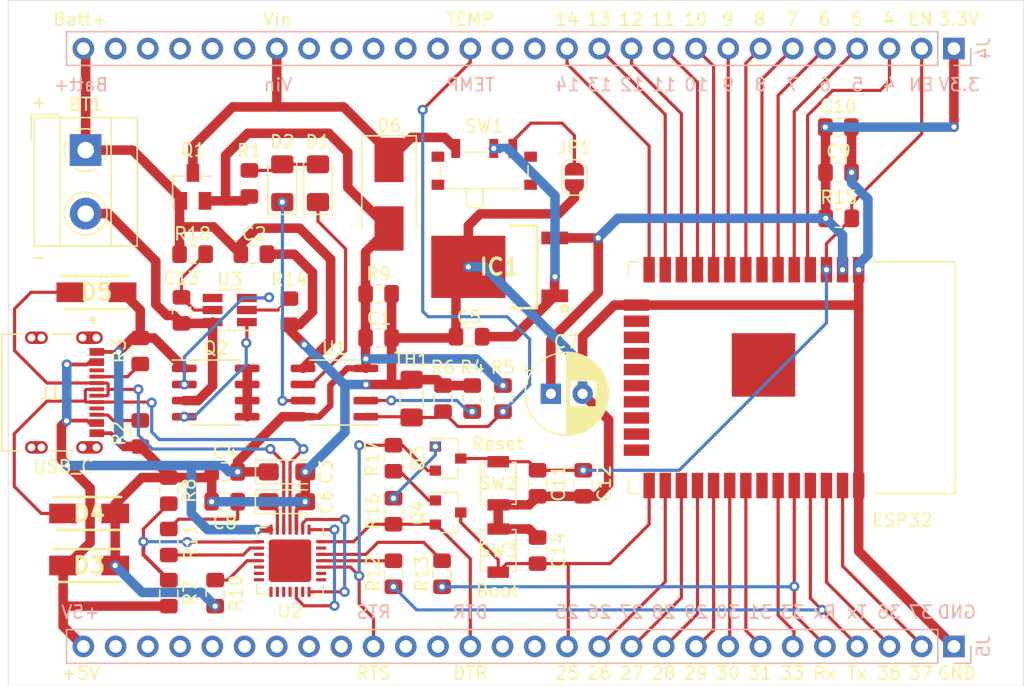
<source format=kicad_pcb>
(kicad_pcb (version 20171130) (host pcbnew "(5.1.2)-1")
  (layers (0 F.Cu mixed) (31 B.Cu mixed) (34 B.Paste user) (35 F.Paste user) (36 B.SilkS user) (37 F.SilkS user) (38 B.Mask user) (39 F.Mask user) (44 Edge.Cuts user))
  (net 0 "")
  (net 1 Batt+)
  (net 2 "Net-(BT1-Pad2)")
  (net 3 VBUS)
  (net 4 Batt-)
  (net 5 "Net-(C6-Pad1)")
  (net 6 +3V3)
  (net 7 EN)
  (net 8 Boot)
  (net 9 "Net-(D1-Pad2)")
  (net 10 "Net-(D1-Pad1)")
  (net 11 "Net-(D2-Pad1)")
  (net 12 "Net-(D4-Pad1)")
  (net 13 "Net-(D5-Pad1)")
  (net 14 Vin)
  (net 15 "Net-(J1-PadB8)")
  (net 16 "Net-(J1-PadA5)")
  (net 17 "Net-(J1-PadA8)")
  (net 18 "Net-(J1-PadB5)")
  (net 19 "Net-(JP1-Pad1)")
  (net 20 "Net-(Q3-Pad1)")
  (net 21 RTS)
  (net 22 DTR)
  (net 23 "Net-(Q4-Pad1)")
  (net 24 "Net-(R4-Pad1)")
  (net 25 "Net-(R10-Pad1)")
  (net 26 "Net-(R14-Pad1)")
  (net 27 14)
  (net 28 13)
  (net 29 12)
  (net 30 11)
  (net 31 10)
  (net 32 9)
  (net 33 8)
  (net 34 7)
  (net 35 6)
  (net 36 5)
  (net 37 4)
  (net 38 26)
  (net 39 27)
  (net 40 28)
  (net 41 29)
  (net 42 30)
  (net 43 31)
  (net 44 33)
  (net 45 36)
  (net 46 37)
  (net 47 24)
  (net 48 23)
  (net 49 16)
  (net 50 Rx)
  (net 51 Tx)
  (net 52 Temp)
  (net 53 "Net-(C5-Pad1)")
  (net 54 "Net-(C13-Pad1)")
  (net 55 "Net-(Q2-Pad2)")
  (net 56 "Net-(Q2-Pad4)")
  (net 57 "Net-(Q2-Pad5)")
  (net 58 "Net-(R7-Pad2)")
  (net 59 "Net-(R11-Pad1)")
  (net 60 "Net-(R12-Pad2)")
  (net 61 "Net-(R13-Pad2)")
  (net 62 "Net-(U2-Pad27)")
  (net 63 "Net-(U2-Pad23)")
  (net 64 "Net-(U2-Pad22)")
  (net 65 "Net-(U2-Pad2)")
  (net 66 "Net-(U2-Pad20)")
  (net 67 "Net-(U2-Pad1)")
  (net 68 "Net-(U2-Pad18)")
  (net 69 "Net-(U2-Pad17)")
  (net 70 "Net-(U2-Pad16)")
  (net 71 "Net-(U2-Pad15)")
  (net 72 "Net-(U2-Pad14)")
  (net 73 "Net-(U2-Pad13)")
  (net 74 "Net-(U2-Pad12)")
  (net 75 "Net-(U2-Pad10)")
  (net 76 "Net-(U2-Pad29)")
  (net 77 "Net-(U3-Pad4)")
  (net 78 "Net-(ESP32-Pad32)")
  (net 79 "Net-(ESP32-Pad22)")
  (net 80 "Net-(ESP32-Pad21)")
  (net 81 "Net-(ESP32-Pad20)")
  (net 82 "Net-(ESP32-Pad19)")
  (net 83 "Net-(ESP32-Pad18)")
  (net 84 "Net-(ESP32-Pad17)")
  (net 85 "Net-(J4-Pad27)")
  (net 86 "Net-(J4-Pad26)")
  (net 87 "Net-(J4-Pad25)")
  (net 88 "Net-(J4-Pad24)")
  (net 89 "Net-(J4-Pad23)")
  (net 90 "Net-(J4-Pad21)")
  (net 91 "Net-(J4-Pad20)")
  (net 92 "Net-(J4-Pad19)")
  (net 93 "Net-(J4-Pad18)")
  (net 94 "Net-(J4-Pad17)")
  (net 95 "Net-(J5-Pad27)")
  (net 96 "Net-(J5-Pad26)")
  (net 97 "Net-(J5-Pad25)")
  (net 98 "Net-(J5-Pad24)")
  (net 99 "Net-(J5-Pad23)")
  (net 100 "Net-(J5-Pad22)")
  (net 101 "Net-(J5-Pad21)")
  (net 102 "Net-(J5-Pad20)")
  (net 103 "Net-(J5-Pad18)")
  (net 104 "Net-(J5-Pad17)")
  (net 105 "Net-(J4-Pad15)")
  (net 106 "Net-(J5-Pad15)")
  (net 107 "Net-(J5-Pad14)")
  (net 108 "Net-(J4-Pad14)")
  (module Connector_PinHeader_2.54mm:PinHeader_1x28_P2.54mm_Vertical (layer B.Cu) (at 165.5 134.9 90)
    (fp_text reference J5 (at 0 2.33 -90) (layer B.SilkS) (effects (justify mirror)))
    (fp_text value Conn_01x28)
    (pad 28 thru_hole oval (at 0 -68.58 90) (size 1.7 1.7) (drill 1) (layers *.Cu *.Mask) (net 3 VBUS))
    (pad 27 thru_hole oval (at 0 -66.04 90) (size 1.7 1.7) (drill 1) (layers *.Cu *.Mask) (net 95 "Net-(J5-Pad27)"))
    (pad 26 thru_hole oval (at 0 -63.5 90) (size 1.7 1.7) (drill 1) (layers *.Cu *.Mask) (net 96 "Net-(J5-Pad26)"))
    (pad 25 thru_hole oval (at 0 -60.96 90) (size 1.7 1.7) (drill 1) (layers *.Cu *.Mask) (net 97 "Net-(J5-Pad25)"))
    (pad 24 thru_hole oval (at 0 -58.42 90) (size 1.7 1.7) (drill 1) (layers *.Cu *.Mask) (net 98 "Net-(J5-Pad24)"))
    (pad 23 thru_hole oval (at 0 -55.88 90) (size 1.7 1.7) (drill 1) (layers *.Cu *.Mask) (net 99 "Net-(J5-Pad23)"))
    (pad 22 thru_hole oval (at 0 -53.34 90) (size 1.7 1.7) (drill 1) (layers *.Cu *.Mask) (net 100 "Net-(J5-Pad22)"))
    (pad 21 thru_hole oval (at 0 -50.8 90) (size 1.7 1.7) (drill 1) (layers *.Cu *.Mask) (net 101 "Net-(J5-Pad21)"))
    (pad 20 thru_hole oval (at 0 -48.26 90) (size 1.7 1.7) (drill 1) (layers *.Cu *.Mask) (net 102 "Net-(J5-Pad20)"))
    (pad 19 thru_hole oval (at 0 -45.72 90) (size 1.7 1.7) (drill 1) (layers *.Cu *.Mask) (net 21 RTS))
    (pad 18 thru_hole oval (at 0 -43.18 90) (size 1.7 1.7) (drill 1) (layers *.Cu *.Mask) (net 103 "Net-(J5-Pad18)"))
    (pad 17 thru_hole oval (at 0 -40.64 90) (size 1.7 1.7) (drill 1) (layers *.Cu *.Mask) (net 104 "Net-(J5-Pad17)"))
    (pad 16 thru_hole oval (at 0 -38.1 90) (size 1.7 1.7) (drill 1) (layers *.Cu *.Mask) (net 22 DTR))
    (pad 15 thru_hole oval (at 0 -35.56 90) (size 1.7 1.7) (drill 1) (layers *.Cu *.Mask) (net 106 "Net-(J5-Pad15)"))
    (pad 14 thru_hole oval (at 0 -33.02 90) (size 1.7 1.7) (drill 1) (layers *.Cu *.Mask) (net 107 "Net-(J5-Pad14)"))
    (pad 13 thru_hole oval (at 0 -30.48 90) (size 1.7 1.7) (drill 1) (layers *.Cu *.Mask) (net 8 Boot))
    (pad 12 thru_hole oval (at 0 -27.94 90) (size 1.7 1.7) (drill 1) (layers *.Cu *.Mask) (net 38 26))
    (pad 11 thru_hole oval (at 0 -25.4 90) (size 1.7 1.7) (drill 1) (layers *.Cu *.Mask) (net 39 27))
    (pad 10 thru_hole oval (at 0 -22.86 90) (size 1.7 1.7) (drill 1) (layers *.Cu *.Mask) (net 40 28))
    (pad 9 thru_hole oval (at 0 -20.32 90) (size 1.7 1.7) (drill 1) (layers *.Cu *.Mask) (net 41 29))
    (pad 8 thru_hole oval (at 0 -17.78 90) (size 1.7 1.7) (drill 1) (layers *.Cu *.Mask) (net 42 30))
    (pad 7 thru_hole oval (at 0 -15.24 90) (size 1.7 1.7) (drill 1) (layers *.Cu *.Mask) (net 43 31))
    (pad 6 thru_hole oval (at 0 -12.7 90) (size 1.7 1.7) (drill 1) (layers *.Cu *.Mask) (net 44 33))
    (pad 5 thru_hole oval (at 0 -10.16 90) (size 1.7 1.7) (drill 1) (layers *.Cu *.Mask) (net 50 Rx))
    (pad 4 thru_hole oval (at 0 -7.62 90) (size 1.7 1.7) (drill 1) (layers *.Cu *.Mask) (net 51 Tx))
    (pad 3 thru_hole oval (at 0 -5.08 90) (size 1.7 1.7) (drill 1) (layers *.Cu *.Mask) (net 45 36))
    (pad 2 thru_hole oval (at 0 -2.54 90) (size 1.7 1.7) (drill 1) (layers *.Cu *.Mask) (net 46 37))
    (pad 1 thru_hole rect (at 0 0 90) (size 1.7 1.7) (drill 1) (layers *.Cu *.Mask) (net 4 Batt-))
  )
  (module Connector_PinHeader_2.54mm:PinHeader_1x28_P2.54mm_Vertical (layer B.Cu) (at 165.5 87.8 90)
    (fp_text reference J4 (at 0 2.33 -90) (layer B.SilkS) (effects (justify mirror)))
    (fp_text value Conn_01x28)
    (pad 28 thru_hole oval (at 0 -68.58 90) (size 1.7 1.7) (drill 1) (layers *.Cu *.Mask) (net 1 Batt+))
    (pad 27 thru_hole oval (at 0 -66.04 90) (size 1.7 1.7) (drill 1) (layers *.Cu *.Mask) (net 85 "Net-(J4-Pad27)"))
    (pad 26 thru_hole oval (at 0 -63.5 90) (size 1.7 1.7) (drill 1) (layers *.Cu *.Mask) (net 86 "Net-(J4-Pad26)"))
    (pad 25 thru_hole oval (at 0 -60.96 90) (size 1.7 1.7) (drill 1) (layers *.Cu *.Mask) (net 87 "Net-(J4-Pad25)"))
    (pad 24 thru_hole oval (at 0 -58.42 90) (size 1.7 1.7) (drill 1) (layers *.Cu *.Mask) (net 88 "Net-(J4-Pad24)"))
    (pad 23 thru_hole oval (at 0 -55.88 90) (size 1.7 1.7) (drill 1) (layers *.Cu *.Mask) (net 89 "Net-(J4-Pad23)"))
    (pad 22 thru_hole oval (at 0 -53.34 90) (size 1.7 1.7) (drill 1) (layers *.Cu *.Mask) (net 14 Vin))
    (pad 21 thru_hole oval (at 0 -50.8 90) (size 1.7 1.7) (drill 1) (layers *.Cu *.Mask) (net 90 "Net-(J4-Pad21)"))
    (pad 20 thru_hole oval (at 0 -48.26 90) (size 1.7 1.7) (drill 1) (layers *.Cu *.Mask) (net 91 "Net-(J4-Pad20)"))
    (pad 19 thru_hole oval (at 0 -45.72 90) (size 1.7 1.7) (drill 1) (layers *.Cu *.Mask) (net 92 "Net-(J4-Pad19)"))
    (pad 18 thru_hole oval (at 0 -43.18 90) (size 1.7 1.7) (drill 1) (layers *.Cu *.Mask) (net 93 "Net-(J4-Pad18)"))
    (pad 17 thru_hole oval (at 0 -40.64 90) (size 1.7 1.7) (drill 1) (layers *.Cu *.Mask) (net 94 "Net-(J4-Pad17)"))
    (pad 16 thru_hole oval (at 0 -38.1 90) (size 1.7 1.7) (drill 1) (layers *.Cu *.Mask) (net 52 Temp))
    (pad 15 thru_hole oval (at 0 -35.56 90) (size 1.7 1.7) (drill 1) (layers *.Cu *.Mask) (net 105 "Net-(J4-Pad15)"))
    (pad 14 thru_hole oval (at 0 -33.02 90) (size 1.7 1.7) (drill 1) (layers *.Cu *.Mask) (net 108 "Net-(J4-Pad14)"))
    (pad 13 thru_hole oval (at 0 -30.48 90) (size 1.7 1.7) (drill 1) (layers *.Cu *.Mask) (net 27 14))
    (pad 12 thru_hole oval (at 0 -27.94 90) (size 1.7 1.7) (drill 1) (layers *.Cu *.Mask) (net 28 13))
    (pad 11 thru_hole oval (at 0 -25.4 90) (size 1.7 1.7) (drill 1) (layers *.Cu *.Mask) (net 29 12))
    (pad 10 thru_hole oval (at 0 -22.86 90) (size 1.7 1.7) (drill 1) (layers *.Cu *.Mask) (net 30 11))
    (pad 9 thru_hole oval (at 0 -20.32 90) (size 1.7 1.7) (drill 1) (layers *.Cu *.Mask) (net 31 10))
    (pad 8 thru_hole oval (at 0 -17.78 90) (size 1.7 1.7) (drill 1) (layers *.Cu *.Mask) (net 32 9))
    (pad 7 thru_hole oval (at 0 -15.24 90) (size 1.7 1.7) (drill 1) (layers *.Cu *.Mask) (net 33 8))
    (pad 6 thru_hole oval (at 0 -12.7 90) (size 1.7 1.7) (drill 1) (layers *.Cu *.Mask) (net 34 7))
    (pad 5 thru_hole oval (at 0 -10.16 90) (size 1.7 1.7) (drill 1) (layers *.Cu *.Mask) (net 35 6))
    (pad 4 thru_hole oval (at 0 -7.62 90) (size 1.7 1.7) (drill 1) (layers *.Cu *.Mask) (net 36 5))
    (pad 3 thru_hole oval (at 0 -5.08 90) (size 1.7 1.7) (drill 1) (layers *.Cu *.Mask) (net 37 4))
    (pad 2 thru_hole oval (at 0 -2.54 90) (size 1.7 1.7) (drill 1) (layers *.Cu *.Mask) (net 7 EN))
    (pad 1 thru_hole rect (at 0 0 90) (size 1.7 1.7) (drill 1) (layers *.Cu *.Mask) (net 6 +3V3))
  )
  (module Button_Switch_SMD:SW_SPST_B3U-1000P (layer F.Cu) (at 129.6 127.35 90)
    (fp_text reference SW3 (at 0 0 180) (layer F.SilkS))
    (fp_text value Boot)
    (pad 2 smd rect (at 1.7 0 90) (size 0.9 1.7) (layers F.Cu F.Paste F.Mask) (net 4 Batt-))
    (pad 1 smd rect (at -1.7 0 90) (size 0.9 1.7) (layers F.Cu F.Paste F.Mask) (net 8 Boot))
  )
  (module Resistor_SMD:R_0805_2012Metric_Pad1.15x1.40mm_HandSolder (layer F.Cu) (at 125.25 115.375 90)
    (fp_text reference R6 (at 2.45 0 180) (layer F.SilkS))
    (fp_text value RT2)
    (pad 1 smd roundrect (at -1.025 0 90) (size 1.15 1.4) (layers F.Cu F.Paste F.Mask) (roundrect_rratio 0.217391) (net 52 Temp))
    (pad 2 smd roundrect (at 1.025 0 90) (size 1.15 1.4) (layers F.Cu F.Paste F.Mask) (roundrect_rratio 0.217391) (net 4 Batt-))
  )
  (module Capacitor_THT:CP_Radial_D6.3mm_P2.50mm (layer F.Cu) (at 133.75 115)
    (fp_text reference C7 (at 1.2 -4.1 180) (layer F.SilkS))
    (fp_text value 10uF)
    (pad 1 thru_hole rect (at 0 0) (size 1.6 1.6) (drill 0.8) (layers *.Cu *.Mask) (net 6 +3V3))
    (pad 2 thru_hole circle (at 2.5 0) (size 1.6 1.6) (drill 0.8) (layers *.Cu *.Mask) (net 4 Batt-))
  )
  (module Capacitor_SMD:C_0805_2012Metric_Pad1.15x1.40mm_HandSolder (layer F.Cu) (at 132.7 127.35 90)
    (fp_text reference C14 (at 0 1.65 90) (layer F.SilkS))
    (fp_text value 0.1uF)
    (pad 2 smd roundrect (at 1.025 0 90) (size 1.15 1.4) (layers F.Cu F.Paste F.Mask) (roundrect_rratio 0.217391) (net 4 Batt-))
    (pad 1 smd roundrect (at -1.025 0 90) (size 1.15 1.4) (layers F.Cu F.Paste F.Mask) (roundrect_rratio 0.217391) (net 8 Boot))
  )
  (module Package_TO_SOT_SMD:SOT-23 (layer F.Cu) (at 125.65 120.1)
    (fp_text reference Q3 (at -2.4 0 270) (layer F.SilkS))
    (fp_text value BC817)
    (pad 3 smd rect (at 1 0) (size 0.9 0.8) (layers F.Cu F.Paste F.Mask) (net 7 EN))
    (pad 2 smd rect (at -1 0.95) (size 0.9 0.8) (layers F.Cu F.Paste F.Mask) (net 21 RTS))
    (pad 1 smd rect (at -1 -0.95) (size 0.9 0.8) (layers F.Cu F.Paste F.Mask) (net 20 "Net-(Q3-Pad1)"))
  )
  (module Package_SO:SOIC-8_3.9x4.9mm_P1.27mm (layer F.Cu) (at 116.7 114.9 180)
    (fp_text reference U1 (at 0 3.5) (layer F.SilkS))
    (fp_text value AP5056)
    (pad 1 smd roundrect (at -2.475 -1.905 180) (size 1.95 0.6) (layers F.Cu F.Paste F.Mask) (net 52 Temp))
    (pad 2 smd roundrect (at -2.475 -0.635 180) (size 1.95 0.6) (layers F.Cu F.Paste F.Mask) (net 24 "Net-(R4-Pad1)"))
    (pad 3 smd roundrect (at -2.475 0.635 180) (size 1.95 0.6) (layers F.Cu F.Paste F.Mask) (net 4 Batt-))
    (pad 4 smd roundrect (at -2.475 1.905 180) (size 1.95 0.6) (layers F.Cu F.Paste F.Mask) (net 3 VBUS))
    (pad 5 smd roundrect (at 2.475 1.905 180) (size 1.95 0.6) (layers F.Cu F.Paste F.Mask) (net 1 Batt+))
    (pad 6 smd roundrect (at 2.475 0.635 180) (size 1.95 0.6) (layers F.Cu F.Paste F.Mask) (net 10 "Net-(D1-Pad1)"))
    (pad 7 smd roundrect (at 2.475 -0.635 180) (size 1.95 0.6) (layers F.Cu F.Paste F.Mask) (net 11 "Net-(D2-Pad1)"))
    (pad 8 smd roundrect (at 2.475 -1.905 180) (size 1.95 0.6) (layers F.Cu F.Paste F.Mask) (net 3 VBUS))
  )
  (module Package_TO_SOT_SMD:SuperSOT-3 (layer F.Cu) (at 105.55 98.7 90)
    (fp_text reference Q1 (at 2.921 0) (layer F.SilkS))
    (fp_text value FDN306P)
    (pad 3 smd rect (at 1.1 0 90) (size 1.4 1) (layers F.Cu F.Paste F.Mask) (net 14 Vin))
    (pad 2 smd rect (at -1.1 0.95 90) (size 1.4 1) (layers F.Cu F.Paste F.Mask) (net 3 VBUS))
    (pad 1 smd rect (at -1.1 -0.95 90) (size 1.4 1) (layers F.Cu F.Paste F.Mask) (net 1 Batt+))
  )
  (module Resistor_SMD:R_0805_2012Metric_Pad1.15x1.40mm_HandSolder (layer F.Cu) (at 110 98.425 90)
    (fp_text reference R1 (at 2.575 0 180) (layer F.SilkS))
    (fp_text value 1k)
    (pad 2 smd roundrect (at 1.025 0 90) (size 1.15 1.4) (layers F.Cu F.Paste F.Mask) (roundrect_rratio 0.217391) (net 9 "Net-(D1-Pad2)"))
    (pad 1 smd roundrect (at -1.025 0 90) (size 1.15 1.4) (layers F.Cu F.Paste F.Mask) (roundrect_rratio 0.217391) (net 3 VBUS))
  )
  (module LED_SMD:LED_1206_3216Metric_Pad1.42x1.75mm_HandSolder (layer F.Cu) (at 115.4 98.4083 90)
    (fp_text reference D1 (at 3.2655 0 180) (layer F.SilkS))
    (fp_text value GREEN)
    (pad 1 smd roundrect (at -1.4875 0 90) (size 1.425 1.75) (layers F.Cu F.Paste F.Mask) (roundrect_rratio 0.175439) (net 10 "Net-(D1-Pad1)"))
    (pad 2 smd roundrect (at 1.4875 0 90) (size 1.425 1.75) (layers F.Cu F.Paste F.Mask) (roundrect_rratio 0.175439) (net 9 "Net-(D1-Pad2)"))
  )
  (module LED_SMD:LED_1206_3216Metric_Pad1.42x1.75mm_HandSolder (layer F.Cu) (at 112.5877 98.4083 90)
    (fp_text reference D2 (at 3.2655 0 180) (layer F.SilkS))
    (fp_text value RED)
    (pad 2 smd roundrect (at 1.4875 0 90) (size 1.425 1.75) (layers F.Cu F.Paste F.Mask) (roundrect_rratio 0.175439) (net 9 "Net-(D1-Pad2)"))
    (pad 1 smd roundrect (at -1.4875 0 90) (size 1.425 1.75) (layers F.Cu F.Paste F.Mask) (roundrect_rratio 0.175439) (net 11 "Net-(D2-Pad1)"))
  )
  (module Resistor_SMD:R_0805_2012Metric_Pad1.15x1.40mm_HandSolder (layer F.Cu) (at 105.525 104)
    (fp_text reference R18 (at 0 -1.6) (layer F.SilkS))
    (fp_text value 100)
    (pad 1 smd roundrect (at -1.025 0) (size 1.15 1.4) (layers F.Cu F.Paste F.Mask) (roundrect_rratio 0.217391) (net 1 Batt+))
    (pad 2 smd roundrect (at 1.025 0) (size 1.15 1.4) (layers F.Cu F.Paste F.Mask) (roundrect_rratio 0.217391) (net 54 "Net-(C13-Pad1)"))
  )
  (module Resistor_SMD:R_0805_2012Metric_Pad1.15x1.40mm_HandSolder (layer F.Cu) (at 113.15 108.525 270)
    (fp_text reference R14 (at -2.525 0 180) (layer F.SilkS))
    (fp_text value 1k)
    (pad 1 smd roundrect (at -1.025 0 270) (size 1.15 1.4) (layers F.Cu F.Paste F.Mask) (roundrect_rratio 0.217391) (net 26 "Net-(R14-Pad1)"))
    (pad 2 smd roundrect (at 1.025 0 270) (size 1.15 1.4) (layers F.Cu F.Paste F.Mask) (roundrect_rratio 0.217391) (net 4 Batt-))
  )
  (module Capacitor_SMD:C_0805_2012Metric_Pad1.15x1.40mm_HandSolder (layer F.Cu) (at 110.35 104)
    (fp_text reference C2 (at 0.025 -1.6) (layer F.SilkS))
    (fp_text value 10uF)
    (pad 1 smd roundrect (at -1.025 0) (size 1.15 1.4) (layers F.Cu F.Paste F.Mask) (roundrect_rratio 0.217391) (net 1 Batt+))
    (pad 2 smd roundrect (at 1.025 0) (size 1.15 1.4) (layers F.Cu F.Paste F.Mask) (roundrect_rratio 0.217391) (net 4 Batt-))
  )
  (module Package_SO:SOIC-8_3.9x4.9mm_P1.27mm (layer F.Cu) (at 107.35 114.9)
    (fp_text reference Q2 (at 0 -3.5) (layer F.SilkS))
    (fp_text value FDS9926A)
    (pad 1 smd roundrect (at -2.475 -1.905) (size 1.95 0.6) (layers F.Cu F.Paste F.Mask) (net 4 Batt-))
    (pad 2 smd roundrect (at -2.475 -0.635) (size 1.95 0.6) (layers F.Cu F.Paste F.Mask) (net 55 "Net-(Q2-Pad2)"))
    (pad 3 smd roundrect (at -2.475 0.635) (size 1.95 0.6) (layers F.Cu F.Paste F.Mask) (net 2 "Net-(BT1-Pad2)"))
    (pad 4 smd roundrect (at -2.475 1.905) (size 1.95 0.6) (layers F.Cu F.Paste F.Mask) (net 56 "Net-(Q2-Pad4)"))
    (pad 5 smd roundrect (at 2.475 1.905) (size 1.95 0.6) (layers F.Cu F.Paste F.Mask) (net 57 "Net-(Q2-Pad5)"))
    (pad 6 smd roundrect (at 2.475 0.635) (size 1.95 0.6) (layers F.Cu F.Paste F.Mask) (net 57 "Net-(Q2-Pad5)"))
    (pad 7 smd roundrect (at 2.475 -0.635) (size 1.95 0.6) (layers F.Cu F.Paste F.Mask) (net 57 "Net-(Q2-Pad5)"))
    (pad 8 smd roundrect (at 2.475 -1.905) (size 1.95 0.6) (layers F.Cu F.Paste F.Mask) (net 57 "Net-(Q2-Pad5)"))
  )
  (module Capacitor_SMD:C_0805_2012Metric_Pad1.15x1.40mm_HandSolder (layer F.Cu) (at 104.65 108.425 270)
    (fp_text reference C13 (at -2.525 0 180) (layer F.SilkS))
    (fp_text value 0.1uF)
    (pad 1 smd roundrect (at -1.025 0 270) (size 1.15 1.4) (layers F.Cu F.Paste F.Mask) (roundrect_rratio 0.217391) (net 54 "Net-(C13-Pad1)"))
    (pad 2 smd roundrect (at 1.025 0 270) (size 1.15 1.4) (layers F.Cu F.Paste F.Mask) (roundrect_rratio 0.217391) (net 2 "Net-(BT1-Pad2)"))
  )
  (module Package_TO_SOT_SMD:SOT-23-6_Handsoldering (layer F.Cu) (at 108.45 108.4 180)
    (fp_text reference U3 (at 0 2.4) (layer F.SilkS))
    (fp_text value DW01A)
    (pad 5 smd rect (at 1.35 0 180) (size 1.56 0.65) (layers F.Cu F.Paste F.Mask) (net 54 "Net-(C13-Pad1)"))
    (pad 6 smd rect (at 1.35 -0.95 180) (size 1.56 0.65) (layers F.Cu F.Paste F.Mask) (net 2 "Net-(BT1-Pad2)"))
    (pad 4 smd rect (at 1.35 0.95 180) (size 1.56 0.65) (layers F.Cu F.Paste F.Mask) (net 77 "Net-(U3-Pad4)"))
    (pad 3 smd rect (at -1.35 0.95 180) (size 1.56 0.65) (layers F.Cu F.Paste F.Mask) (net 55 "Net-(Q2-Pad2)"))
    (pad 2 smd rect (at -1.35 0 180) (size 1.56 0.65) (layers F.Cu F.Paste F.Mask) (net 26 "Net-(R14-Pad1)"))
    (pad 1 smd rect (at -1.35 -0.95 180) (size 1.56 0.65) (layers F.Cu F.Paste F.Mask) (net 56 "Net-(Q2-Pad4)"))
  )
  (module Package_TO_SOT_SMD:SOT-23 (layer F.Cu) (at 125.65 124.35)
    (fp_text reference Q4 (at -2.4 0 90) (layer F.SilkS))
    (fp_text value BC817)
    (pad 1 smd rect (at -1 -0.95) (size 0.9 0.8) (layers F.Cu F.Paste F.Mask) (net 23 "Net-(Q4-Pad1)"))
    (pad 2 smd rect (at -1 0.95) (size 0.9 0.8) (layers F.Cu F.Paste F.Mask) (net 22 DTR))
    (pad 3 smd rect (at 1 0) (size 0.9 0.8) (layers F.Cu F.Paste F.Mask) (net 8 Boot))
  )
  (module Resistor_SMD:R_0805_2012Metric_Pad1.15x1.40mm_HandSolder (layer F.Cu) (at 121.35 120.075 90)
    (fp_text reference R17 (at -0.025 -1.7 270) (layer F.SilkS))
    (fp_text value 10k)
    (pad 1 smd roundrect (at -1.025 0 90) (size 1.15 1.4) (layers F.Cu F.Paste F.Mask) (roundrect_rratio 0.217391) (net 23 "Net-(Q4-Pad1)"))
    (pad 2 smd roundrect (at 1.025 0 90) (size 1.15 1.4) (layers F.Cu F.Paste F.Mask) (roundrect_rratio 0.217391) (net 21 RTS))
  )
  (module Resistor_SMD:R_0805_2012Metric_Pad1.15x1.40mm_HandSolder (layer F.Cu) (at 121.35 124.25 270)
    (fp_text reference R16 (at 0 1.65 90) (layer F.SilkS))
    (fp_text value 10k)
    (pad 1 smd roundrect (at -1.025 0 270) (size 1.15 1.4) (layers F.Cu F.Paste F.Mask) (roundrect_rratio 0.217391) (net 20 "Net-(Q3-Pad1)"))
    (pad 2 smd roundrect (at 1.025 0 270) (size 1.15 1.4) (layers F.Cu F.Paste F.Mask) (roundrect_rratio 0.217391) (net 22 DTR))
  )
  (module Button_Switch_SMD:SW_SPST_B3U-1000P (layer F.Cu) (at 129.6 122.05 270)
    (fp_text reference SW2 (at 0 0) (layer F.SilkS))
    (fp_text value Reset)
    (pad 1 smd rect (at -1.7 0 270) (size 0.9 1.7) (layers F.Cu F.Paste F.Mask) (net 7 EN))
    (pad 2 smd rect (at 1.7 0 270) (size 0.9 1.7) (layers F.Cu F.Paste F.Mask) (net 4 Batt-))
  )
  (module Capacitor_SMD:C_0805_2012Metric_Pad1.15x1.40mm_HandSolder (layer F.Cu) (at 132.7 122.05 270)
    (fp_text reference C11 (at 0 -1.65 90) (layer F.SilkS))
    (fp_text value 1uF)
    (pad 2 smd roundrect (at 1.025 0 270) (size 1.15 1.4) (layers F.Cu F.Paste F.Mask) (roundrect_rratio 0.217391) (net 4 Batt-))
    (pad 1 smd roundrect (at -1.025 0 270) (size 1.15 1.4) (layers F.Cu F.Paste F.Mask) (roundrect_rratio 0.217391) (net 7 EN))
  )
  (module Capacitor_SMD:C_0805_2012Metric_Pad1.15x1.40mm_HandSolder (layer F.Cu) (at 108.05 121.15 180)
    (fp_text reference C4 (at 0 1.55) (layer F.SilkS))
    (fp_text value 0.1uF)
    (pad 2 smd roundrect (at 1.025 0 180) (size 1.15 1.4) (layers F.Cu F.Paste F.Mask) (roundrect_rratio 0.217391) (net 4 Batt-))
    (pad 1 smd roundrect (at -1.025 0 180) (size 1.15 1.4) (layers F.Cu F.Paste F.Mask) (roundrect_rratio 0.217391) (net 3 VBUS))
  )
  (module SMAJ5.0A:DIOM5026X229N (layer F.Cu) (at 97.375 128.525)
    (fp_text reference D3 (at 0 0) (layer F.SilkS) (effects (font (size 1.27 1.27) (thickness 0.254))))
    (fp_text value SMAJ5.0A hide)
    (pad 2 smd rect (at 2.05 0 90) (size 1.55 2.2) (layers F.Cu F.Paste F.Mask) (net 4 Batt-))
    (pad 1 smd rect (at -2.05 0 90) (size 1.55 2.2) (layers F.Cu F.Paste F.Mask) (net 3 VBUS))
  )
  (module Capacitor_SMD:C_0805_2012Metric_Pad1.15x1.40mm_HandSolder (layer F.Cu) (at 136.3 122.05 270)
    (fp_text reference C12 (at 0 -1.65 90) (layer F.SilkS))
    (fp_text value 0.1uF)
    (pad 1 smd roundrect (at -1.025 0 270) (size 1.15 1.4) (layers F.Cu F.Paste F.Mask) (roundrect_rratio 0.217391) (net 7 EN))
    (pad 2 smd roundrect (at 1.025 0 270) (size 1.15 1.4) (layers F.Cu F.Paste F.Mask) (roundrect_rratio 0.217391) (net 4 Batt-))
  )
  (module SMAJ5.0A:DIOM5026X229N (layer F.Cu) (at 97.95 107)
    (fp_text reference D5 (at 0 0) (layer F.SilkS) (effects (font (size 1.27 1.27) (thickness 0.254))))
    (fp_text value SMAJ5.0A hide)
    (pad 2 smd rect (at 2.05 0 90) (size 1.55 2.2) (layers F.Cu F.Paste F.Mask) (net 4 Batt-))
    (pad 1 smd rect (at -2.05 0 90) (size 1.55 2.2) (layers F.Cu F.Paste F.Mask) (net 13 "Net-(D5-Pad1)"))
  )
  (module SMAJ5.0A:DIOM5026X229N (layer F.Cu) (at 97.375 124.425)
    (fp_text reference D4 (at 0 0) (layer F.SilkS) (effects (font (size 1.27 1.27) (thickness 0.254))))
    (fp_text value SMAJ5.0A hide)
    (pad 2 smd rect (at 2.05 0 90) (size 1.55 2.2) (layers F.Cu F.Paste F.Mask) (net 4 Batt-))
    (pad 1 smd rect (at -2.05 0 90) (size 1.55 2.2) (layers F.Cu F.Paste F.Mask) (net 12 "Net-(D4-Pad1)"))
  )
  (module TerminalBlock_MetzConnect:TerminalBlock_MetzConnect_Type055_RT01502HDWU_1x02_P5.00mm_Horizontal (layer F.Cu) (at 97.1 95.8 270)
    (fp_text reference BT1 (at -3.6 0 180) (layer F.SilkS))
    (fp_text value LCR26650)
    (pad 2 thru_hole circle (at 5 0 270) (size 2.5 2.5) (drill 1.3) (layers *.Cu *.Mask) (net 2 "Net-(BT1-Pad2)"))
    (pad 1 thru_hole rect (at 0 0 270) (size 2.5 2.5) (drill 1.3) (layers *.Cu *.Mask) (net 1 Batt+))
  )
  (module Capacitor_Tantalum_SMD:CP_EIA-3216-12_Kemet-S_Pad1.58x1.35mm_HandSolder (layer F.Cu) (at 112.9625 121.15)
    (fp_text reference C3 (at 3.0875 0 90) (layer F.SilkS))
    (fp_text value 4.7uF)
    (pad 1 smd roundrect (at -1.4375 0) (size 1.575 1.35) (layers F.Cu F.Paste F.Mask) (roundrect_rratio 0.185185) (net 3 VBUS))
    (pad 2 smd roundrect (at 1.4375 0) (size 1.575 1.35) (layers F.Cu F.Paste F.Mask) (roundrect_rratio 0.185185) (net 4 Batt-))
  )
  (module Capacitor_Tantalum_SMD:CP_EIA-3216-12_Kemet-S_Pad1.58x1.35mm_HandSolder (layer F.Cu) (at 112.95 123.5)
    (fp_text reference C6 (at 3.1 0 90) (layer F.SilkS))
    (fp_text value 4.7uF)
    (pad 1 smd roundrect (at -1.4375 0) (size 1.575 1.35) (layers F.Cu F.Paste F.Mask) (roundrect_rratio 0.185185) (net 5 "Net-(C6-Pad1)"))
    (pad 2 smd roundrect (at 1.4375 0) (size 1.575 1.35) (layers F.Cu F.Paste F.Mask) (roundrect_rratio 0.185185) (net 4 Batt-))
  )
  (module Capacitor_SMD:C_0805_2012Metric_Pad1.15x1.40mm_HandSolder (layer F.Cu) (at 120.175 110.6)
    (fp_text reference C1 (at 0.025 -1.55) (layer F.SilkS))
    (fp_text value 10uF)
    (pad 2 smd roundrect (at 1.025 0) (size 1.15 1.4) (layers F.Cu F.Paste F.Mask) (roundrect_rratio 0.217391) (net 4 Batt-))
    (pad 1 smd roundrect (at -1.025 0) (size 1.15 1.4) (layers F.Cu F.Paste F.Mask) (roundrect_rratio 0.217391) (net 3 VBUS))
  )
  (module Capacitor_SMD:C_0805_2012Metric_Pad1.15x1.40mm_HandSolder (layer F.Cu) (at 108.05 123.5 180)
    (fp_text reference C8 (at 0 -1.65) (layer F.SilkS))
    (fp_text value 0.1uF)
    (pad 2 smd roundrect (at 1.025 0 180) (size 1.15 1.4) (layers F.Cu F.Paste F.Mask) (roundrect_rratio 0.217391) (net 4 Batt-))
    (pad 1 smd roundrect (at -1.025 0 180) (size 1.15 1.4) (layers F.Cu F.Paste F.Mask) (roundrect_rratio 0.217391) (net 5 "Net-(C6-Pad1)"))
  )
  (module Capacitor_SMD:C_0805_2012Metric_Pad1.15x1.40mm_HandSolder (layer F.Cu) (at 156.4106 97.5595)
    (fp_text reference C9 (at 0 -1.65) (layer F.SilkS))
    (fp_text value 0.1uF)
    (pad 1 smd roundrect (at -1.025 0) (size 1.15 1.4) (layers F.Cu F.Paste F.Mask) (roundrect_rratio 0.217391) (net 6 +3V3))
    (pad 2 smd roundrect (at 1.025 0) (size 1.15 1.4) (layers F.Cu F.Paste F.Mask) (roundrect_rratio 0.217391) (net 4 Batt-))
  )
  (module Capacitor_SMD:C_0805_2012Metric_Pad1.15x1.40mm_HandSolder (layer F.Cu) (at 156.3942 93.9908)
    (fp_text reference C10 (at 0 -1.65) (layer F.SilkS))
    (fp_text value 10uF)
    (pad 2 smd roundrect (at 1.025 0) (size 1.15 1.4) (layers F.Cu F.Paste F.Mask) (roundrect_rratio 0.217391) (net 4 Batt-))
    (pad 1 smd roundrect (at -1.025 0) (size 1.15 1.4) (layers F.Cu F.Paste F.Mask) (roundrect_rratio 0.217391) (net 6 +3V3))
  )
  (module Capacitor_SMD:C_0805_2012Metric_Pad1.15x1.40mm_HandSolder (layer F.Cu) (at 127.3 110.5 180)
    (fp_text reference C5 (at 0 1.55 180) (layer F.SilkS))
    (fp_text value 1uF)
    (pad 1 smd roundrect (at -1.025 0 180) (size 1.15 1.4) (layers F.Cu F.Paste F.Mask) (roundrect_rratio 0.217391) (net 53 "Net-(C5-Pad1)"))
    (pad 2 smd roundrect (at 1.025 0 180) (size 1.15 1.4) (layers F.Cu F.Paste F.Mask) (roundrect_rratio 0.217391) (net 4 Batt-))
  )
  (module Diode_SMD:D_SMB_Handsoldering (layer F.Cu) (at 121 99.275 270)
    (fp_text reference D6 (at -5.4 0 180) (layer F.SilkS))
    (fp_text value STPS160U)
    (pad 2 smd rect (at 2.7 0 270) (size 3.5 2.3) (layers F.Cu F.Paste F.Mask) (net 3 VBUS))
    (pad 1 smd rect (at -2.7 0 270) (size 3.5 2.3) (layers F.Cu F.Paste F.Mask) (net 14 Vin))
  )
  (module KF33BDT-TR:TO228P972X240-3N (layer F.Cu) (at 129.7 105 180)
    (fp_text reference IC1 (at 0 0) (layer F.SilkS) (effects (font (size 1.27 1.27) (thickness 0.254))))
    (fp_text value KF33BDT-TR hide)
    (pad 4 smd rect (at 2.45 0 270) (size 4.9 5.85) (layers F.Cu F.Paste F.Mask) (net 4 Batt-))
    (pad 3 smd rect (at -4.35 2.28 270) (size 1 2.1) (layers F.Cu F.Paste F.Mask) (net 6 +3V3))
    (pad 1 smd rect (at -4.35 -2.28 270) (size 1 2.1) (layers F.Cu F.Paste F.Mask) (net 53 "Net-(C5-Pad1)"))
  )
  (module USB_C:12402012E212A (layer F.Cu) (at 94.3 114.9 270)
    (fp_text reference J1 (at 0.05 0) (layer F.SilkS))
    (fp_text value USB_C (at 5.85 -1.05 180) (layer F.SilkS))
    (fp_text user * (at -5.740001 -3.6703 90) (layer F.SilkS))
    (fp_text user * (at -5.740001 -3.6703 90) (layer F.SilkS))
    (pad S_2_H2 np_thru_hole circle (at -4.32 -2.5542 270) (size 0.6096 0.6096) (drill 0.6096) (layers *.Cu *.Mask))
    (pad S_2_H1 np_thru_hole circle (at -4.32 -3.6464 270) (size 0.6096 0.6096) (drill 0.6096) (layers *.Cu *.Mask))
    (pad S_4_H1 np_thru_hole circle (at -4.32 0.686001 270) (size 0.6096 0.6096) (drill 0.6096) (layers *.Cu *.Mask))
    (pad S_3_H2 np_thru_hole circle (at 4.32 -2.5542 270) (size 0.6096 0.6096) (drill 0.6096) (layers *.Cu *.Mask))
    (pad S_3_H1 np_thru_hole circle (at 4.32 -3.6464 270) (size 0.6096 0.6096) (drill 0.6096) (layers *.Cu *.Mask))
    (pad S_5_H2 np_thru_hole circle (at 4.32 1.473401 270) (size 0.6096 0.6096) (drill 0.6096) (layers *.Cu *.Mask))
    (pad S_5_H1 np_thru_hole circle (at 4.32 0.686001 270) (size 0.6096 0.6096) (drill 0.6096) (layers *.Cu *.Mask))
    (pad S_4_H2 np_thru_hole circle (at -4.32 1.473401 270) (size 0.6096 0.6096) (drill 0.6096) (layers *.Cu *.Mask))
    (pad 18 np_thru_hole circle (at 2.889999 -2.6003 270) (size 0.6604 0.6604) (drill 0.6604) (layers *.Cu *.Mask))
    (pad 17 np_thru_hole circle (at -2.889999 -2.6003 270) (size 0.6604 0.6604) (drill 0.6604) (layers *.Cu *.Mask))
    (pad 16 smd oval (at 4.32 1.079701 270) (size 0.9906 1.8034) (layers F.Cu F.Paste F.Mask))
    (pad 15 smd oval (at -4.32 1.079701 270) (size 0.9906 1.8034) (layers F.Cu F.Paste F.Mask))
    (pad 14 smd oval (at 4.32 -3.1003 270) (size 0.9906 2.1082) (layers F.Cu F.Paste F.Mask))
    (pad 13 smd oval (at -4.32 -3.1003 270) (size 0.9906 2.1082) (layers F.Cu F.Paste F.Mask))
    (pad B1-A12 smd rect (at 3.199999 -3.6703 270) (size 0.6096 1.143) (layers F.Cu F.Paste F.Mask) (net 4 Batt-))
    (pad B4-A9 smd rect (at 2.4 -3.6703 270) (size 0.6096 1.143) (layers F.Cu F.Paste F.Mask) (net 3 VBUS))
    (pad B5 smd rect (at 1.749999 -3.6703 270) (size 0.3048 1.143) (layers F.Cu F.Paste F.Mask) (net 18 "Net-(J1-PadB5)"))
    (pad A8 smd rect (at 1.25 -3.6703 270) (size 0.3048 1.143) (layers F.Cu F.Paste F.Mask) (net 17 "Net-(J1-PadA8)"))
    (pad B6 smd rect (at 0.750001 -3.6703 270) (size 0.3048 1.143) (layers F.Cu F.Paste F.Mask) (net 12 "Net-(D4-Pad1)"))
    (pad A7 smd rect (at 0.25 -3.6703 270) (size 0.3048 1.143) (layers F.Cu F.Paste F.Mask) (net 13 "Net-(D5-Pad1)"))
    (pad A6 smd rect (at -0.25 -3.6703 270) (size 0.3048 1.143) (layers F.Cu F.Paste F.Mask) (net 12 "Net-(D4-Pad1)"))
    (pad B7 smd rect (at -0.750001 -3.6703 270) (size 0.3048 1.143) (layers F.Cu F.Paste F.Mask) (net 13 "Net-(D5-Pad1)"))
    (pad A5 smd rect (at -1.25 -3.6703 270) (size 0.3048 1.143) (layers F.Cu F.Paste F.Mask) (net 16 "Net-(J1-PadA5)"))
    (pad B8 smd rect (at -1.749999 -3.6703 270) (size 0.3048 1.143) (layers F.Cu F.Paste F.Mask) (net 15 "Net-(J1-PadB8)"))
    (pad A4-B9 smd rect (at -2.4 -3.6703 270) (size 0.6096 1.143) (layers F.Cu F.Paste F.Mask) (net 3 VBUS))
    (pad A1-B12 smd rect (at -3.200001 -3.6703 270) (size 0.6096 1.143) (layers F.Cu F.Paste F.Mask) (net 4 Batt-))
  )
  (module Jumper:SolderJumper-2_P1.3mm_Open_RoundedPad1.0x1.5mm (layer F.Cu) (at 135.6 97.95 270)
    (fp_text reference JP1 (at -2.35 0 180) (layer F.SilkS))
    (fp_text value Jumper_NO)
    (pad 2 smd custom (at 0.65 0 270) (size 1 0.5) (layers F.Cu F.Mask) (net 4 Batt-) (options (clearance outline) (anchor rect)) (primitives (gr_circle (center 0 0.25) (end 0.5 0.25) (width 0)) (gr_circle (center 0 -0.25) (end 0.5 -0.25) (width 0)) (gr_poly (pts (xy 0 -0.75) (xy -0.5 -0.75) (xy -0.5 0.75) (xy 0 0.75)) (width 0))))
    (pad 1 smd custom (at -0.65 0 270) (size 1 0.5) (layers F.Cu F.Mask) (net 19 "Net-(JP1-Pad1)") (options (clearance outline) (anchor rect)) (primitives (gr_circle (center 0 0.25) (end 0.5 0.25) (width 0)) (gr_circle (center 0 -0.25) (end 0.5 -0.25) (width 0)) (gr_poly (pts (xy 0 -0.75) (xy 0.5 -0.75) (xy 0.5 0.75) (xy 0 0.75)) (width 0))))
  )
  (module Resistor_SMD:R_0805_2012Metric_Pad1.15x1.40mm_HandSolder (layer F.Cu) (at 101.4 118.125 270)
    (fp_text reference R2 (at 0 1.7 90) (layer F.SilkS))
    (fp_text value 5.1k)
    (pad 2 smd roundrect (at 1.025 0 270) (size 1.15 1.4) (layers F.Cu F.Paste F.Mask) (roundrect_rratio 0.217391) (net 4 Batt-))
    (pad 1 smd roundrect (at -1.025 0 270) (size 1.15 1.4) (layers F.Cu F.Paste F.Mask) (roundrect_rratio 0.217391) (net 18 "Net-(J1-PadB5)"))
  )
  (module Resistor_SMD:R_0805_2012Metric_Pad1.15x1.40mm_HandSolder (layer F.Cu) (at 101.4 111.625 90)
    (fp_text reference R3 (at 0 -1.65 90) (layer F.SilkS))
    (fp_text value 5.1k)
    (pad 1 smd roundrect (at -1.025 0 90) (size 1.15 1.4) (layers F.Cu F.Paste F.Mask) (roundrect_rratio 0.217391) (net 16 "Net-(J1-PadA5)"))
    (pad 2 smd roundrect (at 1.025 0 90) (size 1.15 1.4) (layers F.Cu F.Paste F.Mask) (roundrect_rratio 0.217391) (net 4 Batt-))
  )
  (module Resistor_SMD:R_0805_2012Metric_Pad1.15x1.40mm_HandSolder (layer F.Cu) (at 127.55 115.375 90)
    (fp_text reference R4 (at 2.45 0 180) (layer F.SilkS))
    (fp_text value 1k)
    (pad 2 smd roundrect (at 1.025 0 90) (size 1.15 1.4) (layers F.Cu F.Paste F.Mask) (roundrect_rratio 0.217391) (net 4 Batt-))
    (pad 1 smd roundrect (at -1.025 0 90) (size 1.15 1.4) (layers F.Cu F.Paste F.Mask) (roundrect_rratio 0.217391) (net 24 "Net-(R4-Pad1)"))
  )
  (module Resistor_SMD:R_0805_2012Metric_Pad1.15x1.40mm_HandSolder (layer F.Cu) (at 129.975 115.375 270)
    (fp_text reference R5 (at -2.45 0 180) (layer F.SilkS))
    (fp_text value RT1)
    (pad 2 smd roundrect (at 1.025 0 270) (size 1.15 1.4) (layers F.Cu F.Paste F.Mask) (roundrect_rratio 0.217391) (net 52 Temp))
    (pad 1 smd roundrect (at -1.025 0 270) (size 1.15 1.4) (layers F.Cu F.Paste F.Mask) (roundrect_rratio 0.217391) (net 3 VBUS))
  )
  (module Resistor_SMD:R_0805_2012Metric_Pad1.15x1.40mm_HandSolder (layer F.Cu) (at 103.65 130.7 90)
    (fp_text reference R7 (at 0 1.675 90) (layer F.SilkS))
    (fp_text value 22.1k)
    (pad 2 smd roundrect (at 1.025 0 90) (size 1.15 1.4) (layers F.Cu F.Paste F.Mask) (roundrect_rratio 0.217391) (net 58 "Net-(R7-Pad2)"))
    (pad 1 smd roundrect (at -1.025 0 90) (size 1.15 1.4) (layers F.Cu F.Paste F.Mask) (roundrect_rratio 0.217391) (net 3 VBUS))
  )
  (module Resistor_SMD:R_0805_2012Metric_Pad1.15x1.40mm_HandSolder (layer F.Cu) (at 103.65 122.625 90)
    (fp_text reference R8 (at 0 1.6 90) (layer F.SilkS))
    (fp_text value 47.5k)
    (pad 2 smd roundrect (at 1.025 0 90) (size 1.15 1.4) (layers F.Cu F.Paste F.Mask) (roundrect_rratio 0.217391) (net 4 Batt-))
    (pad 1 smd roundrect (at -1.025 0 90) (size 1.15 1.4) (layers F.Cu F.Paste F.Mask) (roundrect_rratio 0.217391) (net 58 "Net-(R7-Pad2)"))
  )
  (module Resistor_SMD:R_0805_2012Metric_Pad1.15x1.40mm_HandSolder (layer F.Cu) (at 120.175 107.125)
    (fp_text reference R9 (at 0 -1.575) (layer F.SilkS))
    (fp_text value Rpull)
    (pad 1 smd roundrect (at -1.025 0) (size 1.15 1.4) (layers F.Cu F.Paste F.Mask) (roundrect_rratio 0.217391) (net 3 VBUS))
    (pad 2 smd roundrect (at 1.025 0) (size 1.15 1.4) (layers F.Cu F.Paste F.Mask) (roundrect_rratio 0.217391) (net 4 Batt-))
  )
  (module Resistor_SMD:R_0805_2012Metric_Pad1.15x1.40mm_HandSolder (layer F.Cu) (at 107.3 130.7 270)
    (fp_text reference R10 (at 0 -1.65 90) (layer F.SilkS))
    (fp_text value 10k)
    (pad 1 smd roundrect (at -1.025 0 270) (size 1.15 1.4) (layers F.Cu F.Paste F.Mask) (roundrect_rratio 0.217391) (net 25 "Net-(R10-Pad1)"))
    (pad 2 smd roundrect (at 1.025 0 270) (size 1.15 1.4) (layers F.Cu F.Paste F.Mask) (roundrect_rratio 0.217391) (net 4 Batt-))
  )
  (module Resistor_SMD:R_0805_2012Metric_Pad1.15x1.40mm_HandSolder (layer F.Cu) (at 103.65 126.675 90)
    (fp_text reference R11 (at 0.0037 1.7272 90) (layer F.SilkS))
    (fp_text value 4.7k)
    (pad 1 smd roundrect (at -1.025 0 90) (size 1.15 1.4) (layers F.Cu F.Paste F.Mask) (roundrect_rratio 0.217391) (net 59 "Net-(R11-Pad1)"))
    (pad 2 smd roundrect (at 1.025 0 90) (size 1.15 1.4) (layers F.Cu F.Paste F.Mask) (roundrect_rratio 0.217391) (net 5 "Net-(C6-Pad1)"))
  )
  (module Resistor_SMD:R_0805_2012Metric_Pad1.15x1.40mm_HandSolder (layer F.Cu) (at 121.35 129.175 90)
    (fp_text reference R12 (at 0 -1.625 270) (layer F.SilkS))
    (fp_text value 100)
    (pad 1 smd roundrect (at -1.025 0 90) (size 1.15 1.4) (layers F.Cu F.Paste F.Mask) (roundrect_rratio 0.217391) (net 51 Tx))
    (pad 2 smd roundrect (at 1.025 0 90) (size 1.15 1.4) (layers F.Cu F.Paste F.Mask) (roundrect_rratio 0.217391) (net 60 "Net-(R12-Pad2)"))
  )
  (module Resistor_SMD:R_0805_2012Metric_Pad1.15x1.40mm_HandSolder (layer F.Cu) (at 125.175 129.175 90)
    (fp_text reference R13 (at 0 -1.6 270) (layer F.SilkS))
    (fp_text value 100)
    (pad 2 smd roundrect (at 1.025 0 90) (size 1.15 1.4) (layers F.Cu F.Paste F.Mask) (roundrect_rratio 0.217391) (net 61 "Net-(R13-Pad2)"))
    (pad 1 smd roundrect (at -1.025 0 90) (size 1.15 1.4) (layers F.Cu F.Paste F.Mask) (roundrect_rratio 0.217391) (net 50 Rx))
  )
  (module Resistor_SMD:R_0805_2012Metric_Pad1.15x1.40mm_HandSolder (layer F.Cu) (at 156.425 101.175)
    (fp_text reference R15 (at 0 -1.65) (layer F.SilkS))
    (fp_text value 10k)
    (pad 2 smd roundrect (at 1.025 0) (size 1.15 1.4) (layers F.Cu F.Paste F.Mask) (roundrect_rratio 0.217391) (net 7 EN))
    (pad 1 smd roundrect (at -1.025 0) (size 1.15 1.4) (layers F.Cu F.Paste F.Mask) (roundrect_rratio 0.217391) (net 6 +3V3))
  )
  (module Button_Switch_SMD:SW_SPDT_PCM12 (layer F.Cu) (at 128.5 97.1)
    (fp_text reference SW1 (at 0 -3.2) (layer F.SilkS))
    (fp_text value ON-OFF)
    (pad "" smd rect (at -3.65 -0.78) (size 1 0.8) (layers F.Cu F.Paste F.Mask))
    (pad "" smd rect (at 3.65 -0.78) (size 1 0.8) (layers F.Cu F.Paste F.Mask))
    (pad "" smd rect (at 3.65 1.43) (size 1 0.8) (layers F.Cu F.Paste F.Mask))
    (pad "" smd rect (at -3.65 1.43) (size 1 0.8) (layers F.Cu F.Paste F.Mask))
    (pad 3 smd rect (at 2.25 -1.43) (size 0.7 1.5) (layers F.Cu F.Paste F.Mask) (net 19 "Net-(JP1-Pad1)"))
    (pad 2 smd rect (at 0.75 -1.43) (size 0.7 1.5) (layers F.Cu F.Paste F.Mask) (net 53 "Net-(C5-Pad1)"))
    (pad 1 smd rect (at -2.25 -1.43) (size 0.7 1.5) (layers F.Cu F.Paste F.Mask) (net 14 Vin))
    (pad "" np_thru_hole circle (at 1.5 0.33) (size 0.9 0.9) (drill 0.9) (layers *.Cu *.Mask))
    (pad "" np_thru_hole circle (at -1.5 0.33) (size 0.9 0.9) (drill 0.9) (layers *.Cu *.Mask))
  )
  (module Resistor_SMD:R_1206_3216Metric_Pad1.42x1.75mm_HandSolder (layer F.Cu) (at 122.775 115.375 90)
    (fp_text reference TH1 (at 3.075 0 180) (layer F.SilkS))
    (fp_text value NTC)
    (pad 2 smd roundrect (at 1.4875 0 90) (size 1.425 1.75) (layers F.Cu F.Paste F.Mask) (roundrect_rratio 0.175439) (net 4 Batt-))
    (pad 1 smd roundrect (at -1.4875 0 90) (size 1.425 1.75) (layers F.Cu F.Paste F.Mask) (roundrect_rratio 0.175439) (net 52 Temp))
  )
  (module Package_DFN_QFN:QFN-28-1EP_5x5mm_P0.5mm_EP3.35x3.35mm (layer F.Cu) (at 113.2 128.15 270)
    (fp_text reference U2 (at 3.95 0 180) (layer F.SilkS))
    (fp_text value CP2102)
    (pad 28 smd roundrect (at -1.5 -2.45 270) (size 0.25 0.8) (layers F.Cu F.Paste F.Mask) (net 22 DTR))
    (pad 27 smd roundrect (at -1 -2.45 270) (size 0.25 0.8) (layers F.Cu F.Paste F.Mask) (net 62 "Net-(U2-Pad27)"))
    (pad 26 smd roundrect (at -0.5 -2.45 270) (size 0.25 0.8) (layers F.Cu F.Paste F.Mask) (net 61 "Net-(R13-Pad2)"))
    (pad 25 smd roundrect (at 0 -2.45 270) (size 0.25 0.8) (layers F.Cu F.Paste F.Mask) (net 60 "Net-(R12-Pad2)"))
    (pad 24 smd roundrect (at 0.5 -2.45 270) (size 0.25 0.8) (layers F.Cu F.Paste F.Mask) (net 21 RTS))
    (pad 23 smd roundrect (at 1 -2.45 270) (size 0.25 0.8) (layers F.Cu F.Paste F.Mask) (net 63 "Net-(U2-Pad23)"))
    (pad 22 smd roundrect (at 1.5 -2.45 270) (size 0.25 0.8) (layers F.Cu F.Paste F.Mask) (net 64 "Net-(U2-Pad22)"))
    (pad 21 smd roundrect (at 2.45 -1.5 270) (size 0.8 0.25) (layers F.Cu F.Paste F.Mask) (net 65 "Net-(U2-Pad2)"))
    (pad 20 smd roundrect (at 2.45 -1 270) (size 0.8 0.25) (layers F.Cu F.Paste F.Mask) (net 66 "Net-(U2-Pad20)"))
    (pad 19 smd roundrect (at 2.45 -0.5 270) (size 0.8 0.25) (layers F.Cu F.Paste F.Mask) (net 67 "Net-(U2-Pad1)"))
    (pad 18 smd roundrect (at 2.45 0 270) (size 0.8 0.25) (layers F.Cu F.Paste F.Mask) (net 68 "Net-(U2-Pad18)"))
    (pad 17 smd roundrect (at 2.45 0.5 270) (size 0.8 0.25) (layers F.Cu F.Paste F.Mask) (net 69 "Net-(U2-Pad17)"))
    (pad 16 smd roundrect (at 2.45 1 270) (size 0.8 0.25) (layers F.Cu F.Paste F.Mask) (net 70 "Net-(U2-Pad16)"))
    (pad 15 smd roundrect (at 2.45 1.5 270) (size 0.8 0.25) (layers F.Cu F.Paste F.Mask) (net 71 "Net-(U2-Pad15)"))
    (pad 14 smd roundrect (at 1.5 2.45 270) (size 0.25 0.8) (layers F.Cu F.Paste F.Mask) (net 72 "Net-(U2-Pad14)"))
    (pad 13 smd roundrect (at 1 2.45 270) (size 0.25 0.8) (layers F.Cu F.Paste F.Mask) (net 73 "Net-(U2-Pad13)"))
    (pad 12 smd roundrect (at 0.5 2.45 270) (size 0.25 0.8) (layers F.Cu F.Paste F.Mask) (net 74 "Net-(U2-Pad12)"))
    (pad 11 smd roundrect (at 0 2.45 270) (size 0.25 0.8) (layers F.Cu F.Paste F.Mask) (net 25 "Net-(R10-Pad1)"))
    (pad 10 smd roundrect (at -0.5 2.45 270) (size 0.25 0.8) (layers F.Cu F.Paste F.Mask) (net 75 "Net-(U2-Pad10)"))
    (pad 9 smd roundrect (at -1 2.45 270) (size 0.25 0.8) (layers F.Cu F.Paste F.Mask) (net 59 "Net-(R11-Pad1)"))
    (pad 8 smd roundrect (at -1.5 2.45 270) (size 0.25 0.8) (layers F.Cu F.Paste F.Mask) (net 58 "Net-(R7-Pad2)"))
    (pad 7 smd roundrect (at -2.45 1.5 270) (size 0.8 0.25) (layers F.Cu F.Paste F.Mask) (net 3 VBUS))
    (pad 6 smd roundrect (at -2.45 1 270) (size 0.8 0.25) (layers F.Cu F.Paste F.Mask) (net 5 "Net-(C6-Pad1)"))
    (pad 5 smd roundrect (at -2.45 0.5 270) (size 0.8 0.25) (layers F.Cu F.Paste F.Mask) (net 13 "Net-(D5-Pad1)"))
    (pad 4 smd roundrect (at -2.45 0 270) (size 0.8 0.25) (layers F.Cu F.Paste F.Mask) (net 12 "Net-(D4-Pad1)"))
    (pad 3 smd roundrect (at -2.45 -0.5 270) (size 0.8 0.25) (layers F.Cu F.Paste F.Mask) (net 4 Batt-))
    (pad 2 smd roundrect (at -2.45 -1 270) (size 0.8 0.25) (layers F.Cu F.Paste F.Mask) (net 65 "Net-(U2-Pad2)"))
    (pad 1 smd roundrect (at -2.45 -1.5 270) (size 0.8 0.25) (layers F.Cu F.Paste F.Mask) (net 67 "Net-(U2-Pad1)"))
    (pad 29 smd roundrect (at 0 0 270) (size 3.35 3.35) (layers F.Cu F.Mask) (roundrect_rratio 0.074627) (net 76 "Net-(U2-Pad29)"))
  )
  (module RF_Module:ESP32-WROOM-32 (layer F.Cu) (at 149.745 113.725 270)
    (fp_text reference ESP32 (at 11.25 -11.68 180) (layer F.SilkS))
    (fp_text value ESP32-WROOM-32)
    (pad 38 smd rect (at 8.5 -8.255 270) (size 2 0.9) (layers F.Cu F.Paste F.Mask) (net 4 Batt-))
    (pad 37 smd rect (at 8.5 -6.985 270) (size 2 0.9) (layers F.Cu F.Paste F.Mask) (net 46 37))
    (pad 36 smd rect (at 8.5 -5.715 270) (size 2 0.9) (layers F.Cu F.Paste F.Mask) (net 45 36))
    (pad 35 smd rect (at 8.5 -4.445 270) (size 2 0.9) (layers F.Cu F.Paste F.Mask) (net 51 Tx))
    (pad 34 smd rect (at 8.5 -3.175 270) (size 2 0.9) (layers F.Cu F.Paste F.Mask) (net 50 Rx))
    (pad 33 smd rect (at 8.5 -1.905 270) (size 2 0.9) (layers F.Cu F.Paste F.Mask) (net 44 33))
    (pad 32 smd rect (at 8.5 -0.635 270) (size 2 0.9) (layers F.Cu F.Paste F.Mask) (net 78 "Net-(ESP32-Pad32)"))
    (pad 31 smd rect (at 8.5 0.635 270) (size 2 0.9) (layers F.Cu F.Paste F.Mask) (net 43 31))
    (pad 30 smd rect (at 8.5 1.905 270) (size 2 0.9) (layers F.Cu F.Paste F.Mask) (net 42 30))
    (pad 29 smd rect (at 8.5 3.175 270) (size 2 0.9) (layers F.Cu F.Paste F.Mask) (net 41 29))
    (pad 28 smd rect (at 8.5 4.445 270) (size 2 0.9) (layers F.Cu F.Paste F.Mask) (net 40 28))
    (pad 27 smd rect (at 8.5 5.715 270) (size 2 0.9) (layers F.Cu F.Paste F.Mask) (net 39 27))
    (pad 26 smd rect (at 8.5 6.985 270) (size 2 0.9) (layers F.Cu F.Paste F.Mask) (net 38 26))
    (pad 25 smd rect (at 8.5 8.255 270) (size 2 0.9) (layers F.Cu F.Paste F.Mask) (net 8 Boot))
    (pad 24 smd rect (at 5.715 9.255) (size 2 0.9) (layers F.Cu F.Paste F.Mask) (net 47 24))
    (pad 23 smd rect (at 4.445 9.255) (size 2 0.9) (layers F.Cu F.Paste F.Mask) (net 48 23))
    (pad 22 smd rect (at 3.175 9.255) (size 2 0.9) (layers F.Cu F.Paste F.Mask) (net 79 "Net-(ESP32-Pad22)"))
    (pad 21 smd rect (at 1.905 9.255) (size 2 0.9) (layers F.Cu F.Paste F.Mask) (net 80 "Net-(ESP32-Pad21)"))
    (pad 20 smd rect (at 0.635 9.255) (size 2 0.9) (layers F.Cu F.Paste F.Mask) (net 81 "Net-(ESP32-Pad20)"))
    (pad 19 smd rect (at -0.635 9.255) (size 2 0.9) (layers F.Cu F.Paste F.Mask) (net 82 "Net-(ESP32-Pad19)"))
    (pad 18 smd rect (at -1.905 9.255) (size 2 0.9) (layers F.Cu F.Paste F.Mask) (net 83 "Net-(ESP32-Pad18)"))
    (pad 17 smd rect (at -3.175 9.255) (size 2 0.9) (layers F.Cu F.Paste F.Mask) (net 84 "Net-(ESP32-Pad17)"))
    (pad 16 smd rect (at -4.445 9.255) (size 2 0.9) (layers F.Cu F.Paste F.Mask) (net 49 16))
    (pad 15 smd rect (at -5.715 9.255) (size 2 0.9) (layers F.Cu F.Paste F.Mask) (net 4 Batt-))
    (pad 14 smd rect (at -8.5 8.255 270) (size 2 0.9) (layers F.Cu F.Paste F.Mask) (net 27 14))
    (pad 13 smd rect (at -8.5 6.985 270) (size 2 0.9) (layers F.Cu F.Paste F.Mask) (net 28 13))
    (pad 12 smd rect (at -8.5 5.715 270) (size 2 0.9) (layers F.Cu F.Paste F.Mask) (net 29 12))
    (pad 11 smd rect (at -8.5 4.445 270) (size 2 0.9) (layers F.Cu F.Paste F.Mask) (net 30 11))
    (pad 10 smd rect (at -8.5 3.175 270) (size 2 0.9) (layers F.Cu F.Paste F.Mask) (net 31 10))
    (pad 9 smd rect (at -8.5 1.905 270) (size 2 0.9) (layers F.Cu F.Paste F.Mask) (net 32 9))
    (pad 8 smd rect (at -8.5 0.635 270) (size 2 0.9) (layers F.Cu F.Paste F.Mask) (net 33 8))
    (pad 7 smd rect (at -8.5 -0.635 270) (size 2 0.9) (layers F.Cu F.Paste F.Mask) (net 34 7))
    (pad 6 smd rect (at -8.5 -1.905 270) (size 2 0.9) (layers F.Cu F.Paste F.Mask) (net 35 6))
    (pad 5 smd rect (at -8.5 -3.175 270) (size 2 0.9) (layers F.Cu F.Paste F.Mask) (net 36 5))
    (pad 4 smd rect (at -8.5 -4.445 270) (size 2 0.9) (layers F.Cu F.Paste F.Mask) (net 37 4))
    (pad 3 smd rect (at -8.5 -5.715 270) (size 2 0.9) (layers F.Cu F.Paste F.Mask) (net 7 EN))
    (pad 2 smd rect (at -8.5 -6.985 270) (size 2 0.9) (layers F.Cu F.Paste F.Mask) (net 6 +3V3))
    (pad 1 smd rect (at -8.5 -8.255 270) (size 2 0.9) (layers F.Cu F.Paste F.Mask) (net 4 Batt-))
    (pad 39 smd rect (at -1 -0.755 270) (size 5 5) (layers F.Cu F.Paste F.Mask))
  )
  (gr_text - (at 93.425 104.225) (layer F.SilkS) (effects (font (size 1 1))))
  (gr_text + (at 93.425 92.025) (layer F.SilkS) (effects (font (size 1 1))))
  (gr_text Reset (at 129.55 118.925) (layer F.SilkS) (effects (font (size 1 1))))
  (gr_text Boot (at 129.525 130.525) (layer F.SilkS) (effects (font (size 1 1))))
  (gr_text 4 (at 160.425 90.65) (layer B.SilkS) (effects (font (size 1 1)) (justify mirror)))
  (gr_text 7 (at 152.8 90.65) (layer B.SilkS) (effects (font (size 1 1)) (justify mirror)))
  (gr_text EN (at 162.925 90.65) (layer B.SilkS) (effects (font (size 1 1)) (justify mirror)))
  (gr_text 3.3V (at 165.925 90.65) (layer B.SilkS) (effects (font (size 1 1)) (justify mirror)))
  (gr_text 8 (at 150.25 90.65) (layer B.SilkS) (effects (font (size 1 1)) (justify mirror)))
  (gr_text 13 (at 137.575 90.65) (layer B.SilkS) (effects (font (size 1 1)) (justify mirror)))
  (gr_text 6 (at 155.35 90.65) (layer B.SilkS) (effects (font (size 1 1)) (justify mirror)))
  (gr_text 10 (at 145.2 90.65) (layer B.SilkS) (effects (font (size 1 1)) (justify mirror)))
  (gr_text Batt+ (at 96.725 90.65) (layer B.SilkS) (effects (font (size 1 1)) (justify mirror)))
  (gr_text 5 (at 157.9 90.65) (layer B.SilkS) (effects (font (size 1 1)) (justify mirror)))
  (gr_text 14 (at 135.05 90.65) (layer B.SilkS) (effects (font (size 1 1)) (justify mirror)))
  (gr_text Vin (at 112.25 90.65) (layer B.SilkS) (effects (font (size 1 1)) (justify mirror)))
  (gr_text 12 (at 140.125 90.65) (layer B.SilkS) (effects (font (size 1 1)) (justify mirror)))
  (gr_text TEMP (at 127.425 90.65) (layer B.SilkS) (effects (font (size 1 1)) (justify mirror)))
  (gr_text 11 (at 142.65 90.65) (layer B.SilkS) (effects (font (size 1 1)) (justify mirror)))
  (gr_text 9 (at 147.725 90.65) (layer B.SilkS) (effects (font (size 1 1)) (justify mirror)))
  (gr_text 14 (at 135 85.5) (layer F.SilkS) (effects (font (size 1 1))))
  (gr_text Vin (at 112.2 85.5) (layer F.SilkS) (effects (font (size 1 1))))
  (gr_text 13 (at 137.525 85.5) (layer F.SilkS) (effects (font (size 1 1))))
  (gr_text 12 (at 140.075 85.5) (layer F.SilkS) (effects (font (size 1 1))))
  (gr_text Batt+ (at 96.675 85.5) (layer F.SilkS) (effects (font (size 1 1))))
  (gr_text TEMP (at 127.375 85.5) (layer F.SilkS) (effects (font (size 1 1))))
  (gr_text 11 (at 142.6 85.5) (layer F.SilkS) (effects (font (size 1 1))))
  (gr_text 9 (at 147.675 85.5) (layer F.SilkS) (effects (font (size 1 1))))
  (gr_text 10 (at 145.15 85.5) (layer F.SilkS) (effects (font (size 1 1))))
  (gr_text 8 (at 150.2 85.5) (layer F.SilkS) (effects (font (size 1 1))))
  (gr_text 6 (at 155.3 85.5) (layer F.SilkS) (effects (font (size 1 1))))
  (gr_text 5 (at 157.85 85.5) (layer F.SilkS) (effects (font (size 1 1))))
  (gr_text EN (at 162.875 85.5) (layer F.SilkS) (effects (font (size 1 1))))
  (gr_text 4 (at 160.375 85.5) (layer F.SilkS) (effects (font (size 1 1))))
  (gr_text 3.3V (at 165.875 85.5) (layer F.SilkS) (effects (font (size 1 1))))
  (gr_text 7 (at 152.75 85.5) (layer F.SilkS) (effects (font (size 1 1))))
  (gr_text "25\n" (at 135.025 132.2) (layer B.SilkS) (effects (font (size 1 1)) (justify mirror)))
  (gr_text "RTS\n" (at 119.775 132.2) (layer B.SilkS) (effects (font (size 1 1)) (justify mirror)))
  (gr_text 26 (at 137.55 132.2) (layer B.SilkS) (effects (font (size 1 1)) (justify mirror)))
  (gr_text 27 (at 140.1 132.2) (layer B.SilkS) (effects (font (size 1 1)) (justify mirror)))
  (gr_text +5V (at 96.7 132.2) (layer B.SilkS) (effects (font (size 1 1)) (justify mirror)))
  (gr_text DTR (at 127.4 132.2) (layer B.SilkS) (effects (font (size 1 1)) (justify mirror)))
  (gr_text 28 (at 142.625 132.2) (layer B.SilkS) (effects (font (size 1 1)) (justify mirror)))
  (gr_text 30 (at 147.7 132.2) (layer B.SilkS) (effects (font (size 1 1)) (justify mirror)))
  (gr_text 29 (at 145.175 132.2) (layer B.SilkS) (effects (font (size 1 1)) (justify mirror)))
  (gr_text 31 (at 150.225 132.2) (layer B.SilkS) (effects (font (size 1 1)) (justify mirror)))
  (gr_text Rx (at 155.325 132.2) (layer B.SilkS) (effects (font (size 1 1)) (justify mirror)))
  (gr_text Tx (at 157.875 132.2) (layer B.SilkS) (effects (font (size 1 1)) (justify mirror)))
  (gr_text 37 (at 162.9 132.2) (layer B.SilkS) (effects (font (size 1 1)) (justify mirror)))
  (gr_text 36 (at 160.4 132.2) (layer B.SilkS) (effects (font (size 1 1)) (justify mirror)))
  (gr_text GND (at 165.725 132.2) (layer B.SilkS) (effects (font (size 1 1)) (justify mirror)))
  (gr_text 33 (at 152.775 132.2) (layer B.SilkS) (effects (font (size 1 1)) (justify mirror)))
  (gr_text +5V (at 96.7 137) (layer F.SilkS) (effects (font (size 1 1))))
  (gr_text "RTS\n" (at 119.775 137) (layer F.SilkS) (effects (font (size 1 1))))
  (gr_text DTR (at 127.4 137) (layer F.SilkS) (effects (font (size 1 1))))
  (gr_text "25\n" (at 135.025 137) (layer F.SilkS) (effects (font (size 1 1))))
  (gr_text 26 (at 137.55 137) (layer F.SilkS) (effects (font (size 1 1))))
  (gr_text 27 (at 140.1 137) (layer F.SilkS) (effects (font (size 1 1))))
  (gr_text 28 (at 142.625 137) (layer F.SilkS) (effects (font (size 1 1))))
  (gr_text 29 (at 145.175 137) (layer F.SilkS) (effects (font (size 1 1))))
  (gr_text 30 (at 147.7 137) (layer F.SilkS) (effects (font (size 1 1))))
  (gr_text 31 (at 150.225 137) (layer F.SilkS) (effects (font (size 1 1))))
  (gr_text 33 (at 152.775 137) (layer F.SilkS) (effects (font (size 1 1))))
  (gr_text Rx (at 155.325 137) (layer F.SilkS) (effects (font (size 1 1))))
  (gr_text Tx (at 157.875 137) (layer F.SilkS) (effects (font (size 1 1))))
  (gr_text 36 (at 160.4 137) (layer F.SilkS) (effects (font (size 1 1))))
  (gr_text 37 (at 162.9 137) (layer F.SilkS) (effects (font (size 1 1))))
  (gr_text GND (at 165.725 137) (layer F.SilkS) (effects (font (size 1 1))))
  (gr_line (start 167 84) (end 171 84) (layer Edge.Cuts) (width 0.05))
  (gr_line (start 167 138) (end 171 138) (layer Edge.Cuts) (width 0.05))
  (gr_line (start 167 138) (end 91 138) (layer Edge.Cuts) (width 0.05))
  (gr_line (start 91 84) (end 167 84) (layer Edge.Cuts) (width 0.05))
  (gr_line (start 91 138) (end 91 84) (layer Edge.Cuts) (width 0.05))
  (gr_line (start 171 84) (end 171 138) (layer Edge.Cuts) (width 0.05))
  (segment (start 104.6 103.9) (end 104.5 104) (width 0.3) (layer F.Cu) (net 1))
  (segment (start 104.6 99.8) (end 104.6 101.9) (width 0.3) (layer F.Cu) (net 1))
  (segment (start 104.6 101.9) (end 104.6 103.9) (width 0.3) (layer F.Cu) (net 1))
  (segment (start 97.1 87.98) (end 96.92 87.8) (width 0.75) (layer F.Cu) (net 1))
  (segment (start 97.1 95.8) (end 97.1 87.98) (width 0.75) (layer F.Cu) (net 1))
  (segment (start 104.6 99.6) (end 104.6 99.8) (width 0.75) (layer F.Cu) (net 1))
  (segment (start 100.8 95.8) (end 104.6 99.6) (width 0.75) (layer F.Cu) (net 1))
  (segment (start 97.1 95.8) (end 100.8 95.8) (width 0.75) (layer F.Cu) (net 1))
  (segment (start 104.5 99.9) (end 104.6 99.8) (width 0.75) (layer F.Cu) (net 1))
  (segment (start 107.175 101.85) (end 104.5 101.85) (width 0.75) (layer F.Cu) (net 1))
  (segment (start 109.325 104) (end 107.175 101.85) (width 0.75) (layer F.Cu) (net 1))
  (segment (start 104.5 104) (end 104.5 101.85) (width 0.75) (layer F.Cu) (net 1))
  (segment (start 104.5 101.85) (end 104.5 99.9) (width 0.75) (layer F.Cu) (net 1))
  (segment (start 114.59571 112.62429) (end 114.225 112.995) (width 0.75) (layer F.Cu) (net 1))
  (segment (start 109.325 103.2) (end 110.575 101.95) (width 0.75) (layer F.Cu) (net 1))
  (segment (start 109.325 104) (end 109.325 103.2) (width 0.75) (layer F.Cu) (net 1))
  (segment (start 110.575 101.95) (end 113.95 101.95) (width 0.75) (layer F.Cu) (net 1))
  (segment (start 113.95 101.95) (end 116.4 104.4) (width 0.75) (layer F.Cu) (net 1))
  (segment (start 116.4 104.4) (end 116.4 110.82) (width 0.75) (layer F.Cu) (net 1))
  (segment (start 116.4 110.82) (end 114.59571 112.62429) (width 0.75) (layer F.Cu) (net 1))
  (segment (start 104.026628 108.826628) (end 104.65 109.45) (width 0.75) (layer F.Cu) (net 2))
  (segment (start 103.501628 108.826628) (end 104.026628 108.826628) (width 0.75) (layer F.Cu) (net 2))
  (segment (start 102.625 107.95) (end 103.501628 108.826628) (width 0.75) (layer F.Cu) (net 2))
  (segment (start 102.625 104.55) (end 102.625 107.95) (width 0.75) (layer F.Cu) (net 2))
  (segment (start 97.1 100.8) (end 98.875 100.8) (width 0.75) (layer F.Cu) (net 2))
  (segment (start 98.875 100.8) (end 102.625 104.55) (width 0.75) (layer F.Cu) (net 2))
  (segment (start 107 109.45) (end 107.1 109.35) (width 0.75) (layer F.Cu) (net 2))
  (segment (start 104.65 109.45) (end 107 109.45) (width 0.75) (layer F.Cu) (net 2))
  (segment (start 107.1 110.425) (end 107.1 109.35) (width 0.75) (layer F.Cu) (net 2))
  (segment (start 107.1 114.385) (end 107.1 110.425) (width 0.75) (layer F.Cu) (net 2))
  (segment (start 105.95 115.535) (end 107.1 114.385) (width 0.75) (layer F.Cu) (net 2))
  (segment (start 104.875 115.535) (end 105.95 115.535) (width 0.75) (layer F.Cu) (net 2))
  (via (at 95.59 117.13) (size 0.8) (drill 0.4) (layers F.Cu B.Cu) (net 3))
  (segment (start 95.610202 117.109798) (end 95.59 117.13) (width 0.3) (layer F.Cu) (net 3))
  (segment (start 97.226797 117.109798) (end 95.610202 117.109798) (width 0.3) (layer F.Cu) (net 3))
  (segment (start 97.9703 117.3) (end 97.416999 117.3) (width 0.3) (layer F.Cu) (net 3))
  (segment (start 97.416999 117.3) (end 97.226797 117.109798) (width 0.3) (layer F.Cu) (net 3))
  (segment (start 97.226797 112.690202) (end 95.609798 112.690202) (width 0.3) (layer F.Cu) (net 3))
  (segment (start 97.9703 112.5) (end 97.416999 112.5) (width 0.3) (layer F.Cu) (net 3))
  (segment (start 97.416999 112.5) (end 97.226797 112.690202) (width 0.3) (layer F.Cu) (net 3))
  (via (at 95.609798 112.690202) (size 0.8) (drill 0.4) (layers F.Cu B.Cu) (net 3))
  (segment (start 110.2 121.15) (end 111.525 121.15) (width 0.3) (layer F.Cu) (net 3))
  (segment (start 109.075 121.15) (end 110.2 121.15) (width 0.3) (layer F.Cu) (net 3))
  (segment (start 95.325 133.305) (end 96.92 134.9) (width 0.75) (layer F.Cu) (net 3))
  (segment (start 103.65 131.725) (end 95.325 131.725) (width 0.75) (layer F.Cu) (net 3))
  (segment (start 95.325 128.525) (end 95.325 131.725) (width 0.75) (layer F.Cu) (net 3))
  (segment (start 95.325 131.725) (end 95.325 133.305) (width 0.75) (layer F.Cu) (net 3))
  (segment (start 95.65 128.525) (end 95.325 128.525) (width 0.75) (layer F.Cu) (net 3))
  (segment (start 97.45 126.725) (end 95.65 128.525) (width 0.75) (layer F.Cu) (net 3))
  (segment (start 97.45 122.425) (end 97.45 126.725) (width 0.75) (layer F.Cu) (net 3))
  (segment (start 95.59 117.13) (end 95.190001 117.529999) (width 0.75) (layer F.Cu) (net 3))
  (segment (start 95.190001 117.529999) (end 95.190001 120.165001) (width 0.75) (layer F.Cu) (net 3))
  (segment (start 95.609798 117.110202) (end 95.59 117.13) (width 0.75) (layer B.Cu) (net 3))
  (segment (start 95.609798 112.690202) (end 95.609798 117.110202) (width 0.75) (layer B.Cu) (net 3))
  (segment (start 119.15 103.825) (end 121 101.975) (width 0.75) (layer F.Cu) (net 3))
  (segment (start 119.15 107.125) (end 119.15 103.825) (width 0.75) (layer F.Cu) (net 3))
  (segment (start 109.65 99.8) (end 110 99.45) (width 0.75) (layer F.Cu) (net 3))
  (segment (start 108.125 99.8) (end 109.65 99.8) (width 0.75) (layer F.Cu) (net 3))
  (segment (start 106.5 99.8) (end 108.125 99.8) (width 0.75) (layer F.Cu) (net 3))
  (segment (start 108.125 96.225) (end 108.125 99.8) (width 0.75) (layer F.Cu) (net 3))
  (segment (start 120.975 101.975) (end 117.75 98.75) (width 0.75) (layer F.Cu) (net 3))
  (segment (start 121 101.975) (end 120.975 101.975) (width 0.75) (layer F.Cu) (net 3))
  (segment (start 117.75 98.75) (end 117.75 95.975) (width 0.75) (layer F.Cu) (net 3))
  (segment (start 117.75 95.975) (end 116.25 94.475) (width 0.75) (layer F.Cu) (net 3))
  (segment (start 116.25 94.475) (end 109.875 94.475) (width 0.75) (layer F.Cu) (net 3))
  (segment (start 109.875 94.475) (end 108.125 96.225) (width 0.75) (layer F.Cu) (net 3))
  (segment (start 113.15 116.805) (end 114.225 116.805) (width 0.75) (layer F.Cu) (net 3))
  (segment (start 112.62 116.805) (end 113.15 116.805) (width 0.75) (layer F.Cu) (net 3))
  (segment (start 109.075 120.35) (end 112.62 116.805) (width 0.75) (layer F.Cu) (net 3))
  (segment (start 109.075 121.15) (end 109.075 120.35) (width 0.75) (layer F.Cu) (net 3))
  (segment (start 109.075 121.15) (end 111.525 121.15) (width 0.75) (layer F.Cu) (net 3))
  (segment (start 117.705 112.995) (end 119.175 112.995) (width 0.5) (layer F.Cu) (net 3))
  (segment (start 116.375 114.325) (end 117.705 112.995) (width 0.5) (layer F.Cu) (net 3))
  (segment (start 116.375 115.93) (end 116.375 114.325) (width 0.5) (layer F.Cu) (net 3))
  (segment (start 114.225 116.805) (end 115.5 116.805) (width 0.5) (layer F.Cu) (net 3))
  (segment (start 115.5 116.805) (end 116.375 115.93) (width 0.5) (layer F.Cu) (net 3))
  (via (at 109.075 121.15) (size 0.8) (drill 0.4) (layers F.Cu B.Cu) (net 3))
  (segment (start 108.4 121.15) (end 107.9 120.65) (width 0.75) (layer B.Cu) (net 3))
  (segment (start 109.075 121.15) (end 108.4 121.15) (width 0.75) (layer B.Cu) (net 3))
  (via (at 129.975 114.35) (size 0.8) (drill 0.4) (layers F.Cu B.Cu) (net 3))
  (via (at 95.675 120.65) (size 0.8) (drill 0.4) (layers F.Cu B.Cu) (net 3))
  (segment (start 95.8 120.65) (end 95.675 120.65) (width 0.75) (layer B.Cu) (net 3))
  (segment (start 95.190001 120.165001) (end 95.675 120.65) (width 0.75) (layer F.Cu) (net 3))
  (segment (start 95.675 120.65) (end 97.45 122.425) (width 0.75) (layer F.Cu) (net 3))
  (via (at 119.175 112.250002) (size 0.8) (drill 0.4) (layers F.Cu B.Cu) (net 3))
  (segment (start 119.15 107.125) (end 119.15 112.225002) (width 0.75) (layer F.Cu) (net 3))
  (segment (start 119.15 112.225002) (end 119.175 112.250002) (width 0.75) (layer F.Cu) (net 3))
  (segment (start 127.875002 112.250002) (end 119.740685 112.250002) (width 0.75) (layer B.Cu) (net 3))
  (segment (start 129.975 114.35) (end 127.875002 112.250002) (width 0.75) (layer B.Cu) (net 3))
  (segment (start 119.740685 112.250002) (end 119.175 112.250002) (width 0.75) (layer B.Cu) (net 3))
  (segment (start 119.175 112.995) (end 119.175 112.250002) (width 0.75) (layer F.Cu) (net 3))
  (segment (start 105.425 120.65) (end 95.8 120.65) (width 0.75) (layer B.Cu) (net 3))
  (segment (start 107.9 120.65) (end 105.425 120.65) (width 0.75) (layer B.Cu) (net 3))
  (via (at 110.600004 125.7) (size 0.8) (drill 0.4) (layers F.Cu B.Cu) (net 3))
  (segment (start 111.62499 125.7) (end 110.600004 125.7) (width 0.5) (layer F.Cu) (net 3))
  (segment (start 105.425 120.65) (end 105.425 124.425) (width 0.75) (layer B.Cu) (net 3))
  (segment (start 105.425 124.425) (end 106.7 125.7) (width 0.75) (layer B.Cu) (net 3))
  (segment (start 106.7 125.7) (end 110.034319 125.7) (width 0.75) (layer B.Cu) (net 3))
  (segment (start 110.034319 125.7) (end 110.600004 125.7) (width 0.75) (layer B.Cu) (net 3))
  (segment (start 97.9703 118.099999) (end 98.237 118.099999) (width 0.3) (layer F.Cu) (net 4))
  (segment (start 113.7 124.1875) (end 113.7 125.7) (width 0.3) (layer F.Cu) (net 4))
  (segment (start 114.3875 123.5) (end 113.7 124.1875) (width 0.3) (layer F.Cu) (net 4))
  (via (at 99.7 118.7) (size 0.8) (drill 0.4) (layers F.Cu B.Cu) (net 4))
  (segment (start 97.9703 118.099999) (end 99.099999 118.099999) (width 0.3) (layer F.Cu) (net 4))
  (via (at 99.700001 111.699999) (size 0.8) (drill 0.4) (layers F.Cu B.Cu) (net 4))
  (segment (start 97.9703 111.699999) (end 99.700001 111.699999) (width 0.3) (layer F.Cu) (net 4))
  (via (at 157.4356 97.5595) (size 0.8) (drill 0.4) (layers F.Cu B.Cu) (net 4))
  (via (at 158 105.225) (size 0.8) (drill 0.4) (layers F.Cu B.Cu) (net 4))
  (segment (start 140.49 108.01) (end 158 108.01) (width 0.3) (layer F.Cu) (net 4))
  (segment (start 121.2 114.225) (end 121.24 114.265) (width 0.3) (layer F.Cu) (net 4))
  (segment (start 121.2 110.6) (end 121.2 114.225) (width 0.3) (layer F.Cu) (net 4))
  (segment (start 121.24 114.265) (end 122.3975 114.265) (width 0.3) (layer F.Cu) (net 4))
  (via (at 127.25 105) (size 0.8) (drill 0.4) (layers F.Cu B.Cu) (net 4))
  (via (at 119.175 114.265) (size 0.8) (drill 0.4) (layers F.Cu B.Cu) (net 4))
  (segment (start 119.175 114.265) (end 121.24 114.265) (width 0.3) (layer F.Cu) (net 4))
  (via (at 114.4 121.15) (size 0.8) (drill 0.4) (layers F.Cu B.Cu) (net 4))
  (segment (start 101.525 121.6) (end 103.65 121.6) (width 0.75) (layer F.Cu) (net 4))
  (segment (start 99.425 124.425) (end 99.425 123.7) (width 0.75) (layer F.Cu) (net 4))
  (segment (start 99.425 123.7) (end 101.525 121.6) (width 0.75) (layer F.Cu) (net 4))
  (segment (start 103.65 121.4) (end 101.4 119.15) (width 0.75) (layer F.Cu) (net 4))
  (segment (start 103.65 121.6) (end 103.65 121.4) (width 0.75) (layer F.Cu) (net 4))
  (segment (start 100.15 119.15) (end 99.7 118.7) (width 0.75) (layer F.Cu) (net 4))
  (segment (start 101.4 119.15) (end 100.15 119.15) (width 0.75) (layer F.Cu) (net 4))
  (segment (start 99.099999 118.099999) (end 99.7 118.7) (width 0.3) (layer F.Cu) (net 4))
  (segment (start 99.700001 118.699999) (end 99.7 118.7) (width 0.75) (layer B.Cu) (net 4))
  (segment (start 99.700001 111.699999) (end 99.700001 118.699999) (width 0.75) (layer B.Cu) (net 4))
  (segment (start 128.525 105) (end 127.25 105) (width 0.75) (layer B.Cu) (net 4))
  (segment (start 136.25 115) (end 136.25 112.725) (width 0.75) (layer B.Cu) (net 4))
  (segment (start 136.25 112.725) (end 128.525 105) (width 0.75) (layer B.Cu) (net 4))
  (segment (start 132.7 123.075) (end 136.3 123.075) (width 0.75) (layer F.Cu) (net 4))
  (segment (start 132.025 123.75) (end 132.7 123.075) (width 0.75) (layer F.Cu) (net 4))
  (segment (start 129.6 123.75) (end 132.025 123.75) (width 0.75) (layer F.Cu) (net 4))
  (segment (start 129.6 125.65) (end 129.6 123.75) (width 0.75) (layer F.Cu) (net 4))
  (segment (start 132.025 125.65) (end 132.7 126.325) (width 0.75) (layer F.Cu) (net 4))
  (segment (start 129.6 125.65) (end 132.025 125.65) (width 0.75) (layer F.Cu) (net 4))
  (segment (start 137.049999 115.799999) (end 136.25 115) (width 0.75) (layer F.Cu) (net 4))
  (segment (start 138.3 117.05) (end 137.049999 115.799999) (width 0.75) (layer F.Cu) (net 4))
  (segment (start 138.3 122.125) (end 138.3 117.05) (width 0.75) (layer F.Cu) (net 4))
  (segment (start 136.3 123.075) (end 137.35 123.075) (width 0.75) (layer F.Cu) (net 4))
  (segment (start 137.35 123.075) (end 138.3 122.125) (width 0.75) (layer F.Cu) (net 4))
  (segment (start 138.74 108.01) (end 140.49 108.01) (width 0.75) (layer F.Cu) (net 4))
  (segment (start 136.25 115) (end 136.25 110.5) (width 0.75) (layer F.Cu) (net 4))
  (segment (start 136.25 110.5) (end 138.74 108.01) (width 0.75) (layer F.Cu) (net 4))
  (segment (start 158 104.775) (end 158 105.225) (width 0.3) (layer B.Cu) (net 4))
  (segment (start 157.4356 98.3595) (end 157.4356 97.5595) (width 0.75) (layer B.Cu) (net 4))
  (segment (start 158.725 99.6489) (end 157.4356 98.3595) (width 0.75) (layer B.Cu) (net 4))
  (segment (start 158 104.775) (end 158.725 104.05) (width 0.75) (layer B.Cu) (net 4))
  (segment (start 158.725 104.05) (end 158.725 99.6489) (width 0.75) (layer B.Cu) (net 4))
  (segment (start 157.4356 94.0072) (end 157.4192 93.9908) (width 0.75) (layer F.Cu) (net 4))
  (segment (start 157.4356 97.5595) (end 157.4356 94.0072) (width 0.75) (layer F.Cu) (net 4))
  (segment (start 158 127.4) (end 165.5 134.9) (width 0.75) (layer F.Cu) (net 4))
  (segment (start 158 122.225) (end 158 127.4) (width 0.75) (layer F.Cu) (net 4))
  (segment (start 157.785 108.01) (end 158 108.225) (width 0.75) (layer F.Cu) (net 4))
  (segment (start 140.49 108.01) (end 157.785 108.01) (width 0.75) (layer F.Cu) (net 4))
  (segment (start 158 105.225) (end 158 108.225) (width 0.75) (layer F.Cu) (net 4))
  (segment (start 158 108.225) (end 158 122.225) (width 0.75) (layer F.Cu) (net 4))
  (segment (start 126.275 105.975) (end 127.25 105) (width 0.75) (layer F.Cu) (net 4))
  (segment (start 126.275 110.5) (end 126.275 105.975) (width 0.75) (layer F.Cu) (net 4))
  (segment (start 126.175 110.6) (end 126.275 110.5) (width 0.75) (layer F.Cu) (net 4))
  (segment (start 121.2 110.6) (end 126.175 110.6) (width 0.75) (layer F.Cu) (net 4))
  (segment (start 122.3975 114.265) (end 122.775 113.8875) (width 0.75) (layer F.Cu) (net 4))
  (segment (start 121.2 114.15) (end 121.085 114.265) (width 0.75) (layer F.Cu) (net 4))
  (segment (start 121.2 110.6) (end 121.2 114.15) (width 0.75) (layer F.Cu) (net 4))
  (segment (start 119.175 114.265) (end 121.085 114.265) (width 0.75) (layer F.Cu) (net 4))
  (segment (start 121.085 114.265) (end 122.3975 114.265) (width 0.75) (layer F.Cu) (net 4))
  (segment (start 124.7875 113.8875) (end 125.25 114.35) (width 0.75) (layer F.Cu) (net 4))
  (segment (start 122.775 113.8875) (end 124.7875 113.8875) (width 0.75) (layer F.Cu) (net 4))
  (segment (start 125.25 114.35) (end 127.55 114.35) (width 0.75) (layer F.Cu) (net 4))
  (segment (start 121.2 107.125) (end 121.2 110.6) (width 0.75) (layer F.Cu) (net 4))
  (segment (start 100.8 110.6) (end 99.700001 111.699999) (width 0.75) (layer F.Cu) (net 4))
  (segment (start 101.4 110.6) (end 100.8 110.6) (width 0.75) (layer F.Cu) (net 4))
  (segment (start 102.48 110.6) (end 104.875 112.995) (width 0.75) (layer F.Cu) (net 4))
  (segment (start 101.4 110.6) (end 102.48 110.6) (width 0.75) (layer F.Cu) (net 4))
  (via (at 114.325 111.125) (size 0.8) (drill 0.4) (layers F.Cu B.Cu) (net 4))
  (segment (start 113.525 104) (end 111.375 104) (width 0.75) (layer F.Cu) (net 4))
  (segment (start 114.975 105.45) (end 113.525 104) (width 0.75) (layer F.Cu) (net 4))
  (segment (start 114.975 108.525) (end 114.975 105.45) (width 0.75) (layer F.Cu) (net 4))
  (segment (start 113.15 109.55) (end 113.95 109.55) (width 0.75) (layer F.Cu) (net 4))
  (segment (start 113.95 109.55) (end 114.975 108.525) (width 0.75) (layer F.Cu) (net 4))
  (segment (start 114.4 123.4875) (end 114.3875 123.5) (width 0.75) (layer F.Cu) (net 4))
  (segment (start 114.4 121.15) (end 114.4 123.4875) (width 0.75) (layer F.Cu) (net 4))
  (segment (start 107.025 121.15) (end 107.025 123.5) (width 0.75) (layer F.Cu) (net 4))
  (segment (start 101.4 108.4) (end 100 107) (width 0.75) (layer F.Cu) (net 4))
  (segment (start 101.4 110.6) (end 101.4 108.4) (width 0.75) (layer F.Cu) (net 4))
  (segment (start 106.575 121.6) (end 107.025 121.15) (width 0.75) (layer F.Cu) (net 4))
  (segment (start 103.65 121.6) (end 106.575 121.6) (width 0.75) (layer F.Cu) (net 4))
  (segment (start 135.6 99.575) (end 135.6 98.6) (width 0.75) (layer F.Cu) (net 4))
  (segment (start 134.35 100.825) (end 135.6 99.575) (width 0.75) (layer F.Cu) (net 4))
  (segment (start 128.175 100.825) (end 134.35 100.825) (width 0.75) (layer F.Cu) (net 4))
  (segment (start 127.25 105) (end 127.25 101.75) (width 0.75) (layer F.Cu) (net 4))
  (segment (start 127.25 101.75) (end 128.175 100.825) (width 0.75) (layer F.Cu) (net 4))
  (segment (start 113.15 109.95) (end 114.325 111.125) (width 0.75) (layer F.Cu) (net 4))
  (segment (start 113.15 109.55) (end 113.15 109.95) (width 0.75) (layer F.Cu) (net 4))
  (segment (start 117.525 118.025) (end 117.525 114.425) (width 0.75) (layer B.Cu) (net 4))
  (segment (start 114.4 121.15) (end 117.525 118.025) (width 0.75) (layer B.Cu) (net 4))
  (segment (start 117.465 114.265) (end 119.175 114.265) (width 0.75) (layer B.Cu) (net 4))
  (segment (start 114.325 111.125) (end 117.465 114.265) (width 0.75) (layer B.Cu) (net 4))
  (via (at 107.3 131.725) (size 0.8) (drill 0.4) (layers F.Cu B.Cu) (net 4))
  (via (at 99.425 128.525) (size 0.8) (drill 0.4) (layers F.Cu B.Cu) (net 4))
  (segment (start 101.55 130.65) (end 99.425 128.525) (width 0.75) (layer B.Cu) (net 4))
  (segment (start 107.3 131.725) (end 106.225 130.65) (width 0.75) (layer B.Cu) (net 4))
  (segment (start 106.225 130.65) (end 101.55 130.65) (width 0.75) (layer B.Cu) (net 4))
  (segment (start 99.425 124.425) (end 99.425 128.525) (width 0.75) (layer F.Cu) (net 4))
  (via (at 107.025 123.5) (size 0.8) (drill 0.4) (layers F.Cu B.Cu) (net 4))
  (via (at 114.3875 123.5) (size 0.8) (drill 0.4) (layers F.Cu B.Cu) (net 4))
  (segment (start 107.025 123.5) (end 114.3875 123.5) (width 0.75) (layer B.Cu) (net 4))
  (segment (start 112.2 124.1875) (end 111.5125 123.5) (width 0.25) (layer F.Cu) (net 5))
  (segment (start 112.2 125.7) (end 112.2 124.1875) (width 0.25) (layer F.Cu) (net 5))
  (segment (start 111.5125 123.5) (end 109.075 123.5) (width 0.25) (layer F.Cu) (net 5))
  (segment (start 109.075 124.825) (end 109.075 123.5) (width 0.25) (layer F.Cu) (net 5))
  (segment (start 109.025 124.875) (end 109.075 124.825) (width 0.25) (layer F.Cu) (net 5))
  (segment (start 103.65 125.65) (end 104.425 124.875) (width 0.25) (layer F.Cu) (net 5))
  (segment (start 104.425 124.875) (end 109.025 124.875) (width 0.25) (layer F.Cu) (net 5))
  (via (at 155.3692 93.9908) (size 0.8) (drill 0.4) (layers F.Cu B.Cu) (net 6))
  (via (at 165.5 93.975) (size 0.8) (drill 0.4) (layers F.Cu B.Cu) (net 6))
  (via (at 156.73 105.225) (size 0.8) (drill 0.4) (layers F.Cu B.Cu) (net 6))
  (via (at 155.4 101.175) (size 0.8) (drill 0.4) (layers F.Cu B.Cu) (net 6))
  (via (at 137.48 102.72) (size 0.8) (drill 0.4) (layers F.Cu B.Cu) (net 6))
  (segment (start 137.48 103.285685) (end 137.48 102.72) (width 0.75) (layer F.Cu) (net 6))
  (segment (start 137.48 107.02) (end 137.48 103.285685) (width 0.75) (layer F.Cu) (net 6))
  (segment (start 133.75 115) (end 133.75 110.75) (width 0.75) (layer F.Cu) (net 6))
  (segment (start 133.75 110.75) (end 137.48 107.02) (width 0.75) (layer F.Cu) (net 6))
  (segment (start 134.05 102.72) (end 137.48 102.72) (width 0.75) (layer F.Cu) (net 6))
  (segment (start 139.025 101.175) (end 155.4 101.175) (width 0.75) (layer B.Cu) (net 6))
  (segment (start 137.48 102.72) (end 139.025 101.175) (width 0.75) (layer B.Cu) (net 6))
  (segment (start 156.73 102.505) (end 155.4 101.175) (width 0.75) (layer B.Cu) (net 6))
  (segment (start 156.73 105.225) (end 156.73 102.505) (width 0.75) (layer B.Cu) (net 6))
  (segment (start 165.4842 93.9908) (end 165.5 93.975) (width 0.75) (layer B.Cu) (net 6))
  (segment (start 155.3692 93.9908) (end 165.4842 93.9908) (width 0.75) (layer B.Cu) (net 6))
  (segment (start 155.3856 94.0072) (end 155.3692 93.9908) (width 0.75) (layer F.Cu) (net 6))
  (segment (start 155.3856 97.5595) (end 155.3856 94.0072) (width 0.75) (layer F.Cu) (net 6))
  (segment (start 155.4 97.5739) (end 155.3856 97.5595) (width 0.75) (layer F.Cu) (net 6))
  (segment (start 155.4 101.175) (end 155.4 97.5739) (width 0.75) (layer F.Cu) (net 6))
  (segment (start 165.5 93.975) (end 165.5 87.8) (width 0.75) (layer F.Cu) (net 6))
  (segment (start 129.35 120.1) (end 129.6 120.35) (width 0.25) (layer F.Cu) (net 7))
  (segment (start 126.65 120.1) (end 129.35 120.1) (width 0.25) (layer F.Cu) (net 7))
  (segment (start 132.025 120.35) (end 132.7 121.025) (width 0.25) (layer F.Cu) (net 7))
  (segment (start 129.6 120.35) (end 132.025 120.35) (width 0.25) (layer F.Cu) (net 7))
  (via (at 136.3 121.025) (size 0.8) (drill 0.4) (layers F.Cu B.Cu) (net 7))
  (segment (start 155.46 103.165) (end 157.45 101.175) (width 0.25) (layer F.Cu) (net 7))
  (segment (start 155.46 105.225) (end 155.46 103.165) (width 0.25) (layer F.Cu) (net 7))
  (via (at 155.46 105.225) (size 0.8) (drill 0.4) (layers F.Cu B.Cu) (net 7))
  (segment (start 162.96 94.515) (end 162.96 87.8) (width 0.25) (layer F.Cu) (net 7))
  (segment (start 157.45 101.175) (end 157.45 100.025) (width 0.25) (layer F.Cu) (net 7))
  (segment (start 157.45 100.025) (end 162.96 94.515) (width 0.25) (layer F.Cu) (net 7))
  (segment (start 155.46 109.415) (end 155.46 105.225) (width 0.25) (layer B.Cu) (net 7))
  (segment (start 136.3 121.025) (end 143.85 121.025) (width 0.25) (layer B.Cu) (net 7))
  (segment (start 143.85 121.025) (end 155.46 109.415) (width 0.25) (layer B.Cu) (net 7))
  (segment (start 133.5 121.025) (end 136.3 121.025) (width 0.25) (layer F.Cu) (net 7))
  (segment (start 132.7 121.025) (end 133.5 121.025) (width 0.25) (layer F.Cu) (net 7))
  (segment (start 141.49 125.285) (end 141.49 122.225) (width 0.25) (layer F.Cu) (net 8))
  (segment (start 132.7 128.375) (end 138.4 128.375) (width 0.25) (layer F.Cu) (net 8))
  (segment (start 138.4 128.375) (end 141.49 125.285) (width 0.25) (layer F.Cu) (net 8))
  (segment (start 126.65 125) (end 126.65 124.35) (width 0.25) (layer F.Cu) (net 8))
  (segment (start 126.65 125.125) (end 126.65 125) (width 0.25) (layer F.Cu) (net 8))
  (segment (start 129.6 129.05) (end 129.6 128.075) (width 0.25) (layer F.Cu) (net 8))
  (segment (start 129.6 128.075) (end 126.65 125.125) (width 0.25) (layer F.Cu) (net 8))
  (segment (start 135.12 133.697919) (end 135.12 134.9) (width 0.25) (layer F.Cu) (net 8))
  (segment (start 132.7 128.375) (end 135.12 128.375) (width 0.25) (layer F.Cu) (net 8))
  (segment (start 135.12 128.375) (end 135.12 133.697919) (width 0.25) (layer F.Cu) (net 8))
  (segment (start 130.275 128.375) (end 132.7 128.375) (width 0.25) (layer F.Cu) (net 8))
  (segment (start 129.6 129.05) (end 130.275 128.375) (width 0.25) (layer F.Cu) (net 8))
  (segment (start 112.5877 96.9208) (end 115.4 96.9208) (width 0.25) (layer F.Cu) (net 9))
  (segment (start 112.1085 97.4) (end 112.5877 96.9208) (width 0.25) (layer F.Cu) (net 9))
  (segment (start 110 97.4) (end 112.1085 97.4) (width 0.25) (layer F.Cu) (net 9))
  (segment (start 114.91 114.265) (end 114.225 114.265) (width 0.25) (layer F.Cu) (net 10))
  (segment (start 117.575 111.6) (end 114.91 114.265) (width 0.25) (layer F.Cu) (net 10))
  (segment (start 117.575 103.575) (end 117.575 111.6) (width 0.25) (layer F.Cu) (net 10))
  (segment (start 115.4 99.8958) (end 115.4 101.4) (width 0.25) (layer F.Cu) (net 10))
  (segment (start 115.4 101.4) (end 117.575 103.575) (width 0.25) (layer F.Cu) (net 10))
  (via (at 112.6 115.55) (size 0.8) (drill 0.4) (layers F.Cu B.Cu) (net 11))
  (segment (start 114.225 115.535) (end 112.615 115.535) (width 0.25) (layer F.Cu) (net 11))
  (segment (start 112.615 115.535) (end 112.6 115.55) (width 0.25) (layer F.Cu) (net 11))
  (via (at 112.5877 99.8958) (size 0.8) (drill 0.4) (layers F.Cu B.Cu) (net 11))
  (segment (start 112.6 115.55) (end 112.6 99.9081) (width 0.25) (layer B.Cu) (net 11))
  (segment (start 112.6 99.9081) (end 112.5877 99.8958) (width 0.25) (layer B.Cu) (net 11))
  (segment (start 97.1488 115.650001) (end 97.9703 115.650001) (width 0.25) (layer F.Cu) (net 12))
  (segment (start 97.073799 115.575) (end 97.1488 115.650001) (width 0.25) (layer F.Cu) (net 12))
  (segment (start 97.073799 114.725001) (end 97.073799 115.575) (width 0.25) (layer F.Cu) (net 12))
  (segment (start 97.1488 114.65) (end 97.073799 114.725001) (width 0.25) (layer F.Cu) (net 12))
  (segment (start 97.9703 114.65) (end 97.1488 114.65) (width 0.25) (layer F.Cu) (net 12))
  (segment (start 113.2 120.4) (end 114.25 119.35) (width 0.25) (layer F.Cu) (net 12))
  (segment (start 113.2 125.7) (end 113.2 120.4) (width 0.25) (layer F.Cu) (net 12))
  (via (at 114.25 119.35) (size 0.8) (drill 0.4) (layers F.Cu B.Cu) (net 12))
  (via (at 102.3 115.7) (size 0.8) (drill 0.4) (layers F.Cu B.Cu) (net 12))
  (segment (start 97.9703 115.650001) (end 102.250001 115.650001) (width 0.25) (layer F.Cu) (net 12))
  (segment (start 102.250001 115.650001) (end 102.3 115.7) (width 0.25) (layer F.Cu) (net 12))
  (segment (start 102.3 118) (end 102.3 115.7) (width 0.25) (layer B.Cu) (net 12))
  (segment (start 102.9 118.6) (end 102.3 118) (width 0.25) (layer B.Cu) (net 12))
  (segment (start 114.25 119.35) (end 113.5 118.6) (width 0.25) (layer B.Cu) (net 12))
  (segment (start 113.5 118.6) (end 102.9 118.6) (width 0.25) (layer B.Cu) (net 12))
  (segment (start 93.6 124.425) (end 95.325 124.425) (width 0.25) (layer F.Cu) (net 12))
  (segment (start 91.475 122.3) (end 93.6 124.425) (width 0.25) (layer F.Cu) (net 12))
  (segment (start 91.475 118.15) (end 91.475 122.3) (width 0.25) (layer F.Cu) (net 12))
  (segment (start 97.073799 115.575) (end 94.05 115.575) (width 0.25) (layer F.Cu) (net 12))
  (segment (start 94.05 115.575) (end 91.475 118.15) (width 0.25) (layer F.Cu) (net 12))
  (segment (start 94.049999 114.149999) (end 97.9703 114.149999) (width 0.25) (layer F.Cu) (net 13))
  (segment (start 91.5 111.6) (end 94.049999 114.149999) (width 0.25) (layer F.Cu) (net 13))
  (segment (start 91.5 108.3) (end 91.5 111.6) (width 0.25) (layer F.Cu) (net 13))
  (segment (start 95.9 107) (end 92.8 107) (width 0.25) (layer F.Cu) (net 13))
  (segment (start 92.8 107) (end 91.5 108.3) (width 0.25) (layer F.Cu) (net 13))
  (segment (start 98.7918 115.15) (end 97.9703 115.15) (width 0.25) (layer F.Cu) (net 13))
  (segment (start 98.866801 115.074999) (end 98.7918 115.15) (width 0.25) (layer F.Cu) (net 13))
  (segment (start 98.779201 114.149999) (end 98.866801 114.237599) (width 0.25) (layer F.Cu) (net 13))
  (segment (start 97.9703 114.149999) (end 98.779201 114.149999) (width 0.25) (layer F.Cu) (net 13))
  (segment (start 98.866801 114.633199) (end 98.866801 115.074999) (width 0.25) (layer F.Cu) (net 13))
  (segment (start 98.866801 114.237599) (end 98.866801 114.633199) (width 0.25) (layer F.Cu) (net 13))
  (via (at 101.25 114.65) (size 0.8) (drill 0.4) (layers F.Cu B.Cu) (net 13))
  (via (at 111.65 119.35) (size 0.8) (drill 0.4) (layers F.Cu B.Cu) (net 13))
  (segment (start 98.883602 114.65) (end 98.866801 114.633199) (width 0.25) (layer F.Cu) (net 13))
  (segment (start 101.25 114.65) (end 98.883602 114.65) (width 0.25) (layer F.Cu) (net 13))
  (segment (start 101.25 118.25) (end 101.25 114.65) (width 0.25) (layer B.Cu) (net 13))
  (segment (start 111.65 119.35) (end 102.35 119.35) (width 0.25) (layer B.Cu) (net 13))
  (segment (start 102.35 119.35) (end 101.25 118.25) (width 0.25) (layer B.Cu) (net 13))
  (segment (start 112.7 125.7) (end 112.7 120.4) (width 0.25) (layer F.Cu) (net 13))
  (segment (start 112.049999 119.749999) (end 111.65 119.35) (width 0.25) (layer F.Cu) (net 13))
  (segment (start 112.7 120.4) (end 112.049999 119.749999) (width 0.25) (layer F.Cu) (net 13))
  (segment (start 121 95.975) (end 121 96.575) (width 0.75) (layer F.Cu) (net 14))
  (segment (start 117.425 92.4) (end 121 95.975) (width 0.75) (layer F.Cu) (net 14))
  (segment (start 105.55 97.6) (end 105.55 95.525) (width 0.75) (layer F.Cu) (net 14))
  (segment (start 105.55 95.525) (end 108.675 92.4) (width 0.75) (layer F.Cu) (net 14))
  (segment (start 125.38 94.8) (end 126.25 95.67) (width 0.75) (layer F.Cu) (net 14))
  (segment (start 121 96.575) (end 122.775 94.8) (width 0.75) (layer F.Cu) (net 14))
  (segment (start 122.775 94.8) (end 125.38 94.8) (width 0.75) (layer F.Cu) (net 14))
  (segment (start 108.675 92.4) (end 112.375 92.4) (width 0.75) (layer F.Cu) (net 14))
  (segment (start 112.375 92.4) (end 117.425 92.4) (width 0.75) (layer F.Cu) (net 14))
  (segment (start 112.16 92.185) (end 112.375 92.4) (width 0.75) (layer F.Cu) (net 14))
  (segment (start 112.16 87.8) (end 112.16 92.185) (width 0.75) (layer F.Cu) (net 14))
  (segment (start 100.4 113.65) (end 97.9703 113.65) (width 0.25) (layer F.Cu) (net 16))
  (segment (start 101.4 112.65) (end 100.4 113.65) (width 0.25) (layer F.Cu) (net 16))
  (segment (start 97.9905 116.670199) (end 97.9703 116.649999) (width 0.25) (layer F.Cu) (net 18))
  (segment (start 98.844599 116.670199) (end 97.9905 116.670199) (width 0.25) (layer F.Cu) (net 18))
  (segment (start 101.4 117.1) (end 99.2744 117.1) (width 0.25) (layer F.Cu) (net 18))
  (segment (start 99.2744 117.1) (end 98.844599 116.670199) (width 0.25) (layer F.Cu) (net 18))
  (segment (start 130.75 95.1) (end 130.75 95.67) (width 0.25) (layer F.Cu) (net 19))
  (segment (start 132.175 93.675) (end 130.75 95.1) (width 0.25) (layer F.Cu) (net 19))
  (segment (start 134.625 93.675) (end 132.175 93.675) (width 0.25) (layer F.Cu) (net 19))
  (segment (start 135.6 97.3) (end 135.6 94.65) (width 0.25) (layer F.Cu) (net 19))
  (segment (start 135.6 94.65) (end 134.625 93.675) (width 0.25) (layer F.Cu) (net 19))
  (via (at 121.35 123.225) (size 0.8) (drill 0.4) (layers F.Cu B.Cu) (net 20))
  (via (at 124.65 119.15) (size 0.8) (drill 0.4) (layers F.Cu B.Cu) (net 20))
  (segment (start 124.65 119.825) (end 124.65 119.15) (width 0.25) (layer B.Cu) (net 20))
  (segment (start 121.35 123.225) (end 121.35 123.125) (width 0.25) (layer B.Cu) (net 20))
  (segment (start 121.35 123.125) (end 124.65 119.825) (width 0.25) (layer B.Cu) (net 20))
  (via (at 118.65 129.35) (size 0.8) (drill 0.4) (layers F.Cu B.Cu) (net 21))
  (segment (start 115.65 128.65) (end 117.95 128.65) (width 0.25) (layer F.Cu) (net 21))
  (segment (start 117.95 128.65) (end 118.65 129.35) (width 0.25) (layer F.Cu) (net 21))
  (via (at 118.65 119.05) (size 0.8) (drill 0.4) (layers F.Cu B.Cu) (net 21))
  (segment (start 118.65 129.35) (end 118.65 119.05) (width 0.25) (layer B.Cu) (net 21))
  (segment (start 118.65 119.05) (end 121.35 119.05) (width 0.25) (layer F.Cu) (net 21))
  (segment (start 122.05 119.05) (end 121.35 119.05) (width 0.25) (layer F.Cu) (net 21))
  (segment (start 124.65 121.05) (end 124.05 121.05) (width 0.25) (layer F.Cu) (net 21))
  (segment (start 124.05 121.05) (end 122.05 119.05) (width 0.25) (layer F.Cu) (net 21))
  (segment (start 118.65 131.55) (end 118.65 129.35) (width 0.25) (layer F.Cu) (net 21))
  (segment (start 119.78 134.9) (end 119.78 132.68) (width 0.25) (layer F.Cu) (net 21))
  (segment (start 119.78 132.68) (end 118.65 131.55) (width 0.25) (layer F.Cu) (net 21))
  (segment (start 120.55 125.275) (end 121.35 125.275) (width 0.25) (layer F.Cu) (net 22))
  (segment (start 119.575 125.275) (end 120.55 125.275) (width 0.25) (layer F.Cu) (net 22))
  (segment (start 115.65 126.65) (end 118.2 126.65) (width 0.25) (layer F.Cu) (net 22))
  (segment (start 118.2 126.65) (end 119.575 125.275) (width 0.25) (layer F.Cu) (net 22))
  (segment (start 124.625 125.275) (end 124.65 125.3) (width 0.25) (layer F.Cu) (net 22))
  (segment (start 121.35 125.275) (end 124.625 125.275) (width 0.25) (layer F.Cu) (net 22))
  (segment (start 124.7 125.3) (end 124.65 125.3) (width 0.25) (layer F.Cu) (net 22))
  (segment (start 127.4 128) (end 124.7 125.3) (width 0.25) (layer F.Cu) (net 22))
  (segment (start 127.4 134.9) (end 127.4 128) (width 0.25) (layer F.Cu) (net 22))
  (segment (start 124.15 123.4) (end 124.65 123.4) (width 0.25) (layer F.Cu) (net 23))
  (segment (start 121.35 121.1) (end 121.85 121.1) (width 0.25) (layer F.Cu) (net 23))
  (segment (start 121.85 121.1) (end 124.15 123.4) (width 0.25) (layer F.Cu) (net 23))
  (via (at 127.55 116.4) (size 0.8) (drill 0.4) (layers F.Cu B.Cu) (net 24))
  (via (at 121.175 115.525) (size 0.8) (drill 0.4) (layers F.Cu B.Cu) (net 24))
  (segment (start 119.185 115.525) (end 119.175 115.535) (width 0.25) (layer F.Cu) (net 24))
  (segment (start 121.175 115.525) (end 119.185 115.525) (width 0.25) (layer F.Cu) (net 24))
  (segment (start 126.35 115.525) (end 121.175 115.525) (width 0.25) (layer B.Cu) (net 24))
  (segment (start 127.55 116.4) (end 127.225 116.4) (width 0.25) (layer B.Cu) (net 24))
  (segment (start 127.225 116.4) (end 126.35 115.525) (width 0.25) (layer B.Cu) (net 24))
  (segment (start 109.825 128.15) (end 110.75 128.15) (width 0.25) (layer F.Cu) (net 25))
  (segment (start 107.3 129.675) (end 108.3 129.675) (width 0.25) (layer F.Cu) (net 25))
  (segment (start 108.3 129.675) (end 109.825 128.15) (width 0.25) (layer F.Cu) (net 25))
  (segment (start 109.8 108.4) (end 112.25 108.4) (width 0.25) (layer F.Cu) (net 26))
  (segment (start 112.25 108.4) (end 113.15 107.5) (width 0.25) (layer F.Cu) (net 26))
  (segment (start 141.49 103.975) (end 141.49 105.225) (width 0.25) (layer F.Cu) (net 27))
  (segment (start 141.49 95.472081) (end 141.49 103.975) (width 0.25) (layer F.Cu) (net 27))
  (segment (start 135.02 89.002081) (end 141.49 95.472081) (width 0.25) (layer F.Cu) (net 27))
  (segment (start 135.02 87.8) (end 135.02 89.002081) (width 0.25) (layer F.Cu) (net 27))
  (segment (start 142.76 93) (end 137.56 87.8) (width 0.25) (layer F.Cu) (net 28))
  (segment (start 142.76 105.225) (end 142.76 93) (width 0.25) (layer F.Cu) (net 28))
  (segment (start 144.03 103.975) (end 144.03 105.225) (width 0.25) (layer F.Cu) (net 29))
  (segment (start 144.03 92.932081) (end 144.03 103.975) (width 0.25) (layer F.Cu) (net 29))
  (segment (start 140.1 89.002081) (end 144.03 92.932081) (width 0.25) (layer F.Cu) (net 29))
  (segment (start 140.1 87.8) (end 140.1 89.002081) (width 0.25) (layer F.Cu) (net 29))
  (segment (start 145.3 90.46) (end 145.3 105.225) (width 0.25) (layer F.Cu) (net 30))
  (segment (start 142.64 87.8) (end 145.3 90.46) (width 0.25) (layer F.Cu) (net 30))
  (segment (start 146.57 89.19) (end 145.18 87.8) (width 0.25) (layer F.Cu) (net 31))
  (segment (start 146.57 105.225) (end 146.57 89.19) (width 0.25) (layer F.Cu) (net 31))
  (segment (start 147.72 105.105) (end 147.84 105.225) (width 0.25) (layer F.Cu) (net 32))
  (segment (start 147.72 87.8) (end 147.72 105.105) (width 0.25) (layer F.Cu) (net 32))
  (segment (start 149.11 88.95) (end 150.26 87.8) (width 0.25) (layer F.Cu) (net 33))
  (segment (start 149.11 105.225) (end 149.11 88.95) (width 0.25) (layer F.Cu) (net 33))
  (segment (start 150.38 90.22) (end 150.38 105.225) (width 0.25) (layer F.Cu) (net 34))
  (segment (start 152.8 87.8) (end 150.38 90.22) (width 0.25) (layer F.Cu) (net 34))
  (segment (start 151.65 91.49) (end 155.34 87.8) (width 0.25) (layer F.Cu) (net 35))
  (segment (start 151.65 105.225) (end 151.65 91.49) (width 0.25) (layer F.Cu) (net 35))
  (segment (start 152.92 103.975) (end 152.92 105.225) (width 0.25) (layer F.Cu) (net 36))
  (segment (start 152.92 92.755) (end 152.92 103.975) (width 0.25) (layer F.Cu) (net 36))
  (segment (start 157.88 87.8) (end 157.875 87.8) (width 0.25) (layer F.Cu) (net 36))
  (segment (start 157.875 87.8) (end 152.92 92.755) (width 0.25) (layer F.Cu) (net 36))
  (segment (start 153.975 105.01) (end 154.19 105.225) (width 0.25) (layer F.Cu) (net 37))
  (segment (start 153.975 93.075) (end 153.975 105.01) (width 0.25) (layer F.Cu) (net 37))
  (segment (start 155.95 91.1) (end 153.975 93.075) (width 0.25) (layer F.Cu) (net 37))
  (segment (start 159.7 91.1) (end 155.95 91.1) (width 0.25) (layer F.Cu) (net 37))
  (segment (start 160.42 87.8) (end 160.42 90.38) (width 0.25) (layer F.Cu) (net 37))
  (segment (start 160.42 90.38) (end 159.7 91.1) (width 0.25) (layer F.Cu) (net 37))
  (segment (start 142.76 129.8) (end 137.66 134.9) (width 0.25) (layer F.Cu) (net 38))
  (segment (start 142.76 122.225) (end 142.76 129.8) (width 0.25) (layer F.Cu) (net 38))
  (segment (start 144.03 131.07) (end 140.2 134.9) (width 0.25) (layer F.Cu) (net 39))
  (segment (start 144.03 122.225) (end 144.03 131.07) (width 0.25) (layer F.Cu) (net 39))
  (segment (start 145.3 132.34) (end 145.3 122.225) (width 0.25) (layer F.Cu) (net 40))
  (segment (start 142.74 134.9) (end 145.3 132.34) (width 0.25) (layer F.Cu) (net 40))
  (segment (start 146.57 133.61) (end 145.28 134.9) (width 0.25) (layer F.Cu) (net 41))
  (segment (start 146.57 122.225) (end 146.57 133.61) (width 0.25) (layer F.Cu) (net 41))
  (segment (start 147.84 134.88) (end 147.82 134.9) (width 0.25) (layer F.Cu) (net 42))
  (segment (start 147.84 122.225) (end 147.84 134.88) (width 0.25) (layer F.Cu) (net 42))
  (segment (start 149.11 133.65) (end 149.11 122.225) (width 0.25) (layer F.Cu) (net 43))
  (segment (start 150.36 134.9) (end 149.11 133.65) (width 0.25) (layer F.Cu) (net 43))
  (segment (start 151.65 123.475) (end 151.65 122.225) (width 0.25) (layer F.Cu) (net 44))
  (segment (start 151.65 132.447919) (end 151.65 123.475) (width 0.25) (layer F.Cu) (net 44))
  (segment (start 152.9 133.697919) (end 151.65 132.447919) (width 0.25) (layer F.Cu) (net 44))
  (segment (start 152.9 134.9) (end 152.9 133.697919) (width 0.25) (layer F.Cu) (net 44))
  (segment (start 155.46 129.84) (end 160.52 134.9) (width 0.25) (layer F.Cu) (net 45))
  (segment (start 155.46 122.225) (end 155.46 129.84) (width 0.25) (layer F.Cu) (net 45))
  (segment (start 156.73 128.57) (end 163.06 134.9) (width 0.25) (layer F.Cu) (net 46))
  (segment (start 156.73 122.225) (end 156.73 128.57) (width 0.25) (layer F.Cu) (net 46))
  (segment (start 152.925 122.23) (end 152.92 122.225) (width 0.25) (layer F.Cu) (net 50))
  (segment (start 152.925 129.925) (end 152.925 122.23) (width 0.25) (layer F.Cu) (net 50))
  (segment (start 152.925 132.385) (end 155.44 134.9) (width 0.25) (layer F.Cu) (net 50))
  (via (at 125.175 130.2) (size 0.8) (drill 0.4) (layers F.Cu B.Cu) (net 50))
  (via (at 152.925 130.175) (size 0.8) (drill 0.4) (layers F.Cu B.Cu) (net 50))
  (segment (start 152.9 130.2) (end 152.925 130.175) (width 0.25) (layer B.Cu) (net 50))
  (segment (start 125.175 130.2) (end 152.9 130.2) (width 0.25) (layer B.Cu) (net 50))
  (segment (start 152.925 129.925) (end 152.925 130.175) (width 0.25) (layer F.Cu) (net 50))
  (segment (start 152.925 130.175) (end 152.925 132.385) (width 0.25) (layer F.Cu) (net 50))
  (segment (start 154.19 122.225) (end 154.19 131.11) (width 0.25) (layer F.Cu) (net 51))
  (via (at 121.35 130.2) (size 0.8) (drill 0.4) (layers F.Cu B.Cu) (net 51))
  (via (at 155.1025 132.0225) (size 0.8) (drill 0.4) (layers F.Cu B.Cu) (net 51))
  (segment (start 155.1 132.025) (end 155.1025 132.0225) (width 0.25) (layer B.Cu) (net 51))
  (segment (start 123.175 132.025) (end 155.1 132.025) (width 0.25) (layer B.Cu) (net 51))
  (segment (start 121.35 130.2) (end 123.175 132.025) (width 0.25) (layer B.Cu) (net 51))
  (segment (start 154.19 131.11) (end 155.1025 132.0225) (width 0.25) (layer F.Cu) (net 51))
  (segment (start 155.1025 132.0225) (end 157.98 134.9) (width 0.25) (layer F.Cu) (net 51))
  (segment (start 122.7175 116.805) (end 122.775 116.8625) (width 0.25) (layer F.Cu) (net 52))
  (segment (start 119.175 116.805) (end 122.7175 116.805) (width 0.25) (layer F.Cu) (net 52))
  (segment (start 124.7875 116.8625) (end 125.25 116.4) (width 0.25) (layer F.Cu) (net 52))
  (segment (start 122.775 116.8625) (end 124.7875 116.8625) (width 0.25) (layer F.Cu) (net 52))
  (segment (start 123.65 108.5) (end 123.65 93.190685) (width 0.25) (layer B.Cu) (net 52))
  (segment (start 132.075 114.3) (end 132.075 110.7) (width 0.25) (layer B.Cu) (net 52))
  (segment (start 132.075 110.7) (end 130.3 108.925) (width 0.25) (layer B.Cu) (net 52))
  (segment (start 129.975 116.4) (end 132.075 114.3) (width 0.25) (layer B.Cu) (net 52))
  (segment (start 123.65 93.190685) (end 123.65 92.625) (width 0.25) (layer B.Cu) (net 52))
  (segment (start 130.3 108.925) (end 124.075 108.925) (width 0.25) (layer B.Cu) (net 52))
  (segment (start 124.075 108.925) (end 123.65 108.5) (width 0.25) (layer B.Cu) (net 52))
  (via (at 123.65 92.625) (size 0.8) (drill 0.4) (layers F.Cu B.Cu) (net 52))
  (via (at 129.975 116.4) (size 0.8) (drill 0.4) (layers F.Cu B.Cu) (net 52))
  (segment (start 125.873372 117.023372) (end 125.25 116.4) (width 0.25) (layer F.Cu) (net 52))
  (segment (start 128.8 117.575) (end 126.425 117.575) (width 0.25) (layer F.Cu) (net 52))
  (segment (start 129.975 116.4) (end 128.8 117.575) (width 0.25) (layer F.Cu) (net 52))
  (segment (start 126.425 117.575) (end 125.873372 117.023372) (width 0.25) (layer F.Cu) (net 52))
  (segment (start 127.4 88.875) (end 127.4 87.8) (width 0.25) (layer F.Cu) (net 52))
  (segment (start 123.65 92.625) (end 127.4 88.875) (width 0.25) (layer F.Cu) (net 52))
  (via (at 129.25 95.67) (size 0.8) (drill 0.4) (layers F.Cu B.Cu) (net 53))
  (segment (start 134.05 107.3) (end 134.05 107.28) (width 0.75) (layer F.Cu) (net 53))
  (segment (start 128.325 110.5) (end 130.85 110.5) (width 0.75) (layer F.Cu) (net 53))
  (segment (start 130.85 110.5) (end 134.05 107.3) (width 0.75) (layer F.Cu) (net 53))
  (via (at 134.075 105.775) (size 0.8) (drill 0.4) (layers F.Cu B.Cu) (net 53))
  (segment (start 134.05 105.8) (end 134.075 105.775) (width 0.75) (layer F.Cu) (net 53))
  (segment (start 134.05 107.28) (end 134.05 105.8) (width 0.75) (layer F.Cu) (net 53))
  (segment (start 130.35 95.67) (end 129.25 95.67) (width 0.75) (layer B.Cu) (net 53))
  (segment (start 134.075 99.395) (end 130.35 95.67) (width 0.75) (layer B.Cu) (net 53))
  (segment (start 134.075 105.775) (end 134.075 99.395) (width 0.75) (layer B.Cu) (net 53))
  (segment (start 105.65 108.4) (end 104.65 107.4) (width 0.25) (layer F.Cu) (net 54))
  (segment (start 104.65 105.9) (end 106.55 104) (width 0.25) (layer F.Cu) (net 54))
  (segment (start 104.65 107.4) (end 104.65 105.9) (width 0.25) (layer F.Cu) (net 54))
  (segment (start 107.1 108.4) (end 105.65 108.4) (width 0.25) (layer F.Cu) (net 54))
  (via (at 104.875 114.265) (size 0.8) (drill 0.4) (layers F.Cu B.Cu) (net 55))
  (via (at 111.55 107.4) (size 0.8) (drill 0.4) (layers F.Cu B.Cu) (net 55))
  (segment (start 111.5 107.45) (end 111.55 107.4) (width 0.25) (layer F.Cu) (net 55))
  (segment (start 109.8 107.45) (end 111.5 107.45) (width 0.25) (layer F.Cu) (net 55))
  (segment (start 104.875 112.075) (end 104.875 114.265) (width 0.25) (layer B.Cu) (net 55))
  (segment (start 109.5 107.45) (end 104.875 112.075) (width 0.25) (layer B.Cu) (net 55))
  (segment (start 111.55 107.4) (end 111.5 107.45) (width 0.25) (layer B.Cu) (net 55))
  (segment (start 111.5 107.45) (end 109.5 107.45) (width 0.25) (layer B.Cu) (net 55))
  (via (at 104.875 116.805) (size 0.8) (drill 0.4) (layers F.Cu B.Cu) (net 56))
  (via (at 109.75 111) (size 0.8) (drill 0.4) (layers F.Cu B.Cu) (net 56))
  (segment (start 109.75 112.7) (end 105.645 116.805) (width 0.25) (layer B.Cu) (net 56))
  (segment (start 109.75 111) (end 109.75 112.7) (width 0.25) (layer B.Cu) (net 56))
  (segment (start 105.645 116.805) (end 104.875 116.805) (width 0.25) (layer B.Cu) (net 56))
  (segment (start 109.8 110.95) (end 109.75 111) (width 0.25) (layer F.Cu) (net 56))
  (segment (start 109.8 109.35) (end 109.8 110.95) (width 0.25) (layer F.Cu) (net 56))
  (segment (start 109.825 112.995) (end 109.825 114.265) (width 0.75) (layer F.Cu) (net 57))
  (segment (start 109.825 114.265) (end 109.825 115.535) (width 0.75) (layer F.Cu) (net 57))
  (segment (start 109.825 115.535) (end 109.825 116.805) (width 0.75) (layer F.Cu) (net 57))
  (via (at 101.649995 126.65) (size 0.8) (drill 0.4) (layers F.Cu B.Cu) (net 58))
  (segment (start 103.65 123.65) (end 101.649995 125.650005) (width 0.25) (layer F.Cu) (net 58))
  (segment (start 101.649995 125.650005) (end 101.649995 126.084315) (width 0.25) (layer F.Cu) (net 58))
  (segment (start 101.649995 126.084315) (end 101.649995 126.65) (width 0.25) (layer F.Cu) (net 58))
  (segment (start 101.649995 127.674995) (end 101.649995 127.215685) (width 0.3) (layer F.Cu) (net 58))
  (segment (start 103.65 129.675) (end 101.649995 127.674995) (width 0.3) (layer F.Cu) (net 58))
  (segment (start 101.649995 127.215685) (end 101.649995 126.65) (width 0.3) (layer F.Cu) (net 58))
  (via (at 105.100004 126.675) (size 0.8) (drill 0.4) (layers F.Cu B.Cu) (net 58))
  (segment (start 101.649995 126.65) (end 105.075004 126.65) (width 0.25) (layer B.Cu) (net 58))
  (segment (start 105.075004 126.65) (end 105.100004 126.675) (width 0.25) (layer B.Cu) (net 58))
  (segment (start 110.725 126.675) (end 105.665689 126.675) (width 0.25) (layer F.Cu) (net 58))
  (segment (start 105.665689 126.675) (end 105.100004 126.675) (width 0.25) (layer F.Cu) (net 58))
  (segment (start 110.75 126.65) (end 110.725 126.675) (width 0.25) (layer F.Cu) (net 58))
  (segment (start 110.25 127.15) (end 110.75 127.15) (width 0.25) (layer F.Cu) (net 59))
  (segment (start 110.05 127.15) (end 110.25 127.15) (width 0.25) (layer F.Cu) (net 59))
  (segment (start 103.65 127.7) (end 109.5 127.7) (width 0.25) (layer F.Cu) (net 59))
  (segment (start 109.5 127.7) (end 110.05 127.15) (width 0.25) (layer F.Cu) (net 59))
  (segment (start 115.65 128.15) (end 121.35 128.15) (width 0.25) (layer F.Cu) (net 60))
  (segment (start 124.551628 127.526628) (end 125.175 128.15) (width 0.25) (layer F.Cu) (net 61))
  (segment (start 123.725 126.7) (end 124.551628 127.526628) (width 0.25) (layer F.Cu) (net 61))
  (segment (start 120.125 126.7) (end 123.725 126.7) (width 0.25) (layer F.Cu) (net 61))
  (segment (start 115.65 127.65) (end 119.175 127.65) (width 0.25) (layer F.Cu) (net 61))
  (segment (start 119.175 127.65) (end 120.125 126.7) (width 0.25) (layer F.Cu) (net 61))
  (via (at 117.5 124.9) (size 0.8) (drill 0.4) (layers F.Cu B.Cu) (net 65))
  (segment (start 116.934315 124.9) (end 117.5 124.9) (width 0.25) (layer F.Cu) (net 65))
  (segment (start 114.5 124.9) (end 116.934315 124.9) (width 0.25) (layer F.Cu) (net 65))
  (segment (start 114.2 125.2) (end 114.5 124.9) (width 0.25) (layer F.Cu) (net 65))
  (segment (start 114.2 125.7) (end 114.2 125.2) (width 0.25) (layer F.Cu) (net 65))
  (via (at 117.5 130.6) (size 0.8) (drill 0.4) (layers F.Cu B.Cu) (net 65))
  (segment (start 117.5 124.9) (end 117.5 130.6) (width 0.25) (layer B.Cu) (net 65))
  (segment (start 117.5 130.6) (end 114.7 130.6) (width 0.25) (layer F.Cu) (net 65))
  (via (at 116.7 131.7) (size 0.8) (drill 0.4) (layers F.Cu B.Cu) (net 67))
  (segment (start 113.7 131.1) (end 113.7 130.6) (width 0.25) (layer F.Cu) (net 67))
  (segment (start 114.3 131.7) (end 113.7 131.1) (width 0.25) (layer F.Cu) (net 67))
  (segment (start 116.7 131.7) (end 114.3 131.7) (width 0.25) (layer F.Cu) (net 67))
  (via (at 116.7 125.7) (size 0.8) (drill 0.4) (layers F.Cu B.Cu) (net 67))
  (segment (start 114.7 125.7) (end 116.7 125.7) (width 0.25) (layer F.Cu) (net 67))
  (segment (start 116.7 125.7) (end 116.7 131.7) (width 0.25) (layer B.Cu) (net 67))
)
</source>
